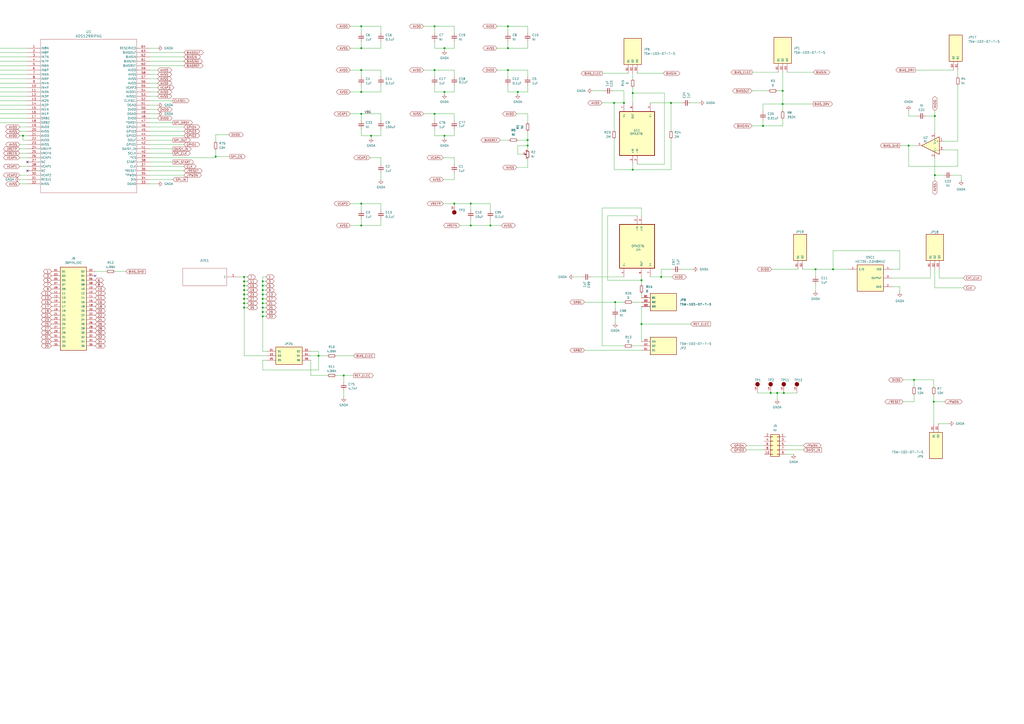
<source format=kicad_sch>
(kicad_sch (version 20231120) (generator "eeschema") (generator_version "8.0")
  (paper "A2")
  (junction (at -53.34 21.59))
  (junction (at 141.605 160.655))
  (junction (at 294.64 15.24))
  (junction (at -53.34 174.625))
  (junction (at 442.595 73.025))
  (junction (at 141.605 170.815))
  (junction (at 184.785 206.375))
  (junction (at 372.11 187.96))
  (junction (at 209.55 118.11))
  (junction (at -53.34 250.825))
  (junction (at 273.05 118.11))
  (junction (at 152.4 168.275))
  (junction (at -53.34 201.295))
  (junction (at 372.11 162.56))
  (junction (at 141.605 173.355))
  (junction (at 257.81 78.74))
  (junction (at 199.39 217.805))
  (junction (at 257.81 53.34))
  (junction (at 294.64 27.94))
  (junction (at 152.4 173.355))
  (junction (at 209.55 130.81))
  (junction (at 542.29 67.31))
  (junction (at 306.07 81.28))
  (junction (at 152.4 163.195))
  (junction (at 215.265 78.74))
  (junction (at -53.34 288.925))
  (junction (at -53.34 300.355))
  (junction (at -53.34 212.725))
  (junction (at 13.335 78.74))
  (junction (at 383.54 160.655))
  (junction (at -53.34 10.16))
  (junction (at 483.235 156.21))
  (junction (at 152.4 165.735))
  (junction (at 152.4 175.895))
  (junction (at 152.4 180.975))
  (junction (at 306.07 84.455))
  (junction (at -53.34 48.26))
  (junction (at -53.34 239.395))
  (junction (at 473.075 156.21))
  (junction (at 209.55 27.94))
  (junction (at -53.34 224.155))
  (junction (at 542.29 101.6))
  (junction (at 284.48 130.81))
  (junction (at 300.355 53.34))
  (junction (at 367.03 53.975))
  (junction (at -53.34 71.12))
  (junction (at 454.66 227.965))
  (junction (at 273.05 130.81))
  (junction (at 541.655 233.045))
  (junction (at 252.095 40.64))
  (junction (at -53.34 262.255))
  (junction (at 389.255 59.69))
  (junction (at 141.605 175.895))
  (junction (at 152.4 170.815))
  (junction (at 356.87 175.26))
  (junction (at -53.34 277.495))
  (junction (at 252.095 15.24))
  (junction (at 447.04 227.965))
  (junction (at 294.64 40.64))
  (junction (at 450.85 227.965))
  (junction (at -53.34 186.055))
  (junction (at 152.4 178.435))
  (junction (at -53.34 109.855))
  (junction (at 367.03 98.425))
  (junction (at 141.605 168.275))
  (junction (at 257.81 27.94))
  (junction (at 454.025 52.705))
  (junction (at 527.05 84.455))
  (junction (at 252.095 66.04))
  (junction (at -53.34 147.955))
  (junction (at -53.34 163.195))
  (junction (at -53.34 33.02))
  (junction (at 356.235 59.69))
  (junction (at 530.225 220.345))
  (junction (at 141.605 165.735))
  (junction (at 141.605 163.195))
  (junction (at -53.34 125.095))
  (junction (at -53.34 86.995))
  (junction (at 361.95 59.69))
  (junction (at 209.55 66.04))
  (junction (at -53.34 136.525))
  (junction (at -53.34 98.425))
  (junction (at 125.095 90.805))
  (junction (at 209.55 15.24))
  (junction (at 263.525 118.11))
  (junction (at 141.605 178.435))
  (junction (at 209.55 53.34))
  (junction (at 454.025 60.325))
  (junction (at 209.55 40.64))
  (junction (at 152.4 183.515))
  (junction (at -53.34 59.69))
  (no_connect (at 15.875 99.06))
  (no_connect (at 15.875 93.98))
  (no_connect (at 55.245 160.02))
  (wire (pts (xy -60.325 239.395) (xy -53.34 239.395)))
  (wire (pts (xy 91.44 45.72) (xy 86.995 45.72)))
  (wire (pts (xy 539.75 156.21) (xy 539.75 161.29)))
  (wire (pts (xy -53.34 285.75) (xy -53.34 288.925)))
  (wire (pts (xy 473.075 168.91) (xy 473.075 165.1)))
  (wire (pts (xy -60.325 33.02) (xy -53.34 33.02)))
  (wire (pts (xy 220.98 40.64) (xy 220.98 44.45)))
  (wire (pts (xy -41.91 262.255) (xy -35.56 262.255)))
  (wire (pts (xy 11.43 83.82) (xy 15.875 83.82)))
  (wire (pts (xy 152.4 160.655) (xy 152.4 163.195)))
  (wire (pts (xy -53.34 71.12) (xy -53.34 67.945)))
  (wire (pts (xy -53.34 239.395) (xy -46.99 239.395)))
  (wire (pts (xy 521.97 166.37) (xy 521.97 169.545)))
  (wire (pts (xy -41.91 86.995) (xy -35.56 86.995)))
  (wire (pts (xy 91.44 55.88) (xy 86.995 55.88)))
  (wire (pts (xy 273.05 118.11) (xy 284.48 118.11)))
  (wire (pts (xy -53.34 86.995) (xy -46.99 86.995)))
  (wire (pts (xy 263.525 118.11) (xy 273.05 118.11)))
  (wire (pts (xy 443.23 258.445) (xy 433.07 258.445)))
  (wire (pts (xy 152.4 173.355) (xy 152.4 175.895)))
  (wire (pts (xy 263.525 53.34) (xy 263.525 49.53)))
  (wire (pts (xy 11.43 101.6) (xy 15.875 101.6)))
  (wire (pts (xy -60.325 163.195) (xy -53.34 163.195)))
  (wire (pts (xy 11.43 76.2) (xy 15.875 76.2)))
  (wire (pts (xy 294.64 19.05) (xy 294.64 15.24)))
  (wire (pts (xy -53.34 98.425) (xy -53.34 101.6)))
  (wire (pts (xy 294.64 15.24) (xy 306.07 15.24)))
  (wire (pts (xy 306.07 81.28) (xy 306.07 76.2)))
  (wire (pts (xy 152.4 175.895) (xy 152.4 178.435)))
  (wire (pts (xy 184.785 214.63) (xy 184.785 206.375)))
  (wire (pts (xy 273.05 130.81) (xy 284.48 130.81)))
  (wire (pts (xy 263.525 78.74) (xy 263.525 74.93)))
  (wire (pts (xy 11.43 96.52) (xy 15.875 96.52)))
  (wire (pts (xy 377.19 59.69) (xy 389.255 59.69)))
  (wire (pts (xy 306.07 92.075) (xy 306.07 97.155)))
  (wire (pts (xy 352.425 162.56) (xy 352.425 125.095)))
  (wire (pts (xy 209.55 53.34) (xy 220.98 53.34)))
  (wire (pts (xy 306.07 27.94) (xy 306.07 24.13)))
  (wire (pts (xy -53.34 48.26) (xy -46.99 48.26)))
  (wire (pts (xy 209.55 121.92) (xy 209.55 118.11)))
  (wire (pts (xy 517.525 166.37) (xy 521.97 166.37)))
  (wire (pts (xy 306.07 15.24) (xy 306.07 19.05)))
  (wire (pts (xy -60.325 201.295) (xy -53.34 201.295)))
  (wire (pts (xy 203.2 40.64) (xy 209.55 40.64)))
  (wire (pts (xy 377.19 160.655) (xy 383.54 160.655)))
  (wire (pts (xy 11.43 88.9) (xy 15.875 88.9)))
  (wire (pts (xy 352.425 125.095) (xy 369.57 125.095)))
  (wire (pts (xy 252.095 19.05) (xy 252.095 15.24)))
  (wire (pts (xy 152.4 165.735) (xy 152.4 168.275)))
  (wire (pts (xy 125.095 90.805) (xy 133.35 90.805)))
  (wire (pts (xy 252.095 78.74) (xy 257.81 78.74)))
  (wire (pts (xy -53.34 201.295) (xy -46.99 201.295)))
  (wire (pts (xy -53.34 224.155) (xy -53.34 220.98)))
  (wire (pts (xy 106.68 35.56) (xy 86.995 35.56)))
  (wire (pts (xy 300.355 53.34) (xy 306.07 53.34)))
  (wire (pts (xy -60.325 71.12) (xy -53.34 71.12)))
  (wire (pts (xy 106.68 99.06) (xy 86.995 99.06)))
  (wire (pts (xy 356.235 80.645) (xy 356.235 98.425)))
  (wire (pts (xy 337.82 160.655) (xy 332.74 160.655)))
  (wire (pts (xy 383.54 156.21) (xy 383.54 160.655)))
  (wire (pts (xy 527.05 67.31) (xy 527.05 64.135)))
  (wire (pts (xy 209.55 40.64) (xy 220.98 40.64)))
  (wire (pts (xy 483.235 145.415) (xy 483.235 156.21)))
  (wire (pts (xy 209.55 19.05) (xy 209.55 15.24)))
  (wire (pts (xy -53.34 128.27) (xy -53.34 125.095)))
  (wire (pts (xy 521.97 156.21) (xy 521.97 145.415)))
  (wire (pts (xy 209.55 130.81) (xy 220.98 130.81)))
  (wire (pts (xy 203.2 27.94) (xy 209.55 27.94)))
  (wire (pts (xy 152.4 183.515) (xy 154.305 183.515)))
  (wire (pts (xy -41.91 109.855) (xy -35.56 109.855)))
  (wire (pts (xy 263.525 66.04) (xy 263.525 69.85)))
  (wire (pts (xy 356.235 59.69) (xy 349.25 59.69)))
  (wire (pts (xy 152.4 183.515) (xy 152.4 203.835)))
  (wire (pts (xy 152.4 163.195) (xy 152.4 165.735)))
  (wire (pts (xy -53.34 300.355) (xy -46.99 300.355)))
  (wire (pts (xy 361.95 160.655) (xy 342.9 160.655)))
  (wire (pts (xy 339.09 175.26) (xy 356.87 175.26)))
  (wire (pts (xy 541.655 220.345) (xy 541.655 224.155)))
  (wire (pts (xy 154.305 163.195) (xy 152.4 163.195)))
  (wire (pts (xy 290.195 81.28) (xy 295.275 81.28)))
  (wire (pts (xy 220.98 15.24) (xy 220.98 19.05)))
  (wire (pts (xy -41.91 125.095) (xy -35.56 125.095)))
  (wire (pts (xy 367.03 95.25) (xy 367.03 98.425)))
  (wire (pts (xy 91.44 68.58) (xy 86.995 68.58)))
  (wire (pts (xy 13.335 81.28) (xy 13.335 78.74)))
  (wire (pts (xy 542.29 67.31) (xy 542.29 64.135)))
  (wire (pts (xy 523.875 220.345) (xy 530.225 220.345)))
  (wire (pts (xy -53.34 125.095) (xy -46.99 125.095)))
  (wire (pts (xy 209.55 118.11) (xy 220.98 118.11)))
  (wire (pts (xy 100.33 81.28) (xy 86.995 81.28)))
  (wire (pts (xy 257.175 118.11) (xy 263.525 118.11)))
  (wire (pts (xy 141.605 173.355) (xy 143.51 173.355)))
  (wire (pts (xy -53.34 209.55) (xy -53.34 212.725)))
  (wire (pts (xy 383.54 156.21) (xy 389.89 156.21)))
  (wire (pts (xy -53.34 204.47) (xy -53.34 201.295)))
  (wire (pts (xy 141.605 206.375) (xy 154.94 206.375)))
  (wire (pts (xy 527.05 84.455) (xy 527.05 96.52)))
  (wire (pts (xy -53.34 224.155) (xy -46.99 224.155)))
  (wire (pts (xy -3.81 60.96) (xy 15.875 60.96)))
  (wire (pts (xy 555.625 49.53) (xy 555.625 81.915)))
  (wire (pts (xy 372.11 160.655) (xy 372.11 162.56)))
  (wire (pts (xy 100.33 58.42) (xy 86.995 58.42)))
  (wire (pts (xy -60.325 86.995) (xy -53.34 86.995)))
  (wire (pts (xy 294.64 24.13) (xy 294.64 27.94)))
  (wire (pts (xy 367.03 98.425) (xy 389.255 98.425)))
  (wire (pts (xy -60.325 109.855) (xy -53.34 109.855)))
  (wire (pts (xy 132.715 78.105) (xy 125.095 78.105)))
  (wire (pts (xy 367.03 45.72) (xy 367.03 42.545)))
  (wire (pts (xy 542.29 76.835) (xy 542.29 67.31)))
  (wire (pts (xy 257.175 104.14) (xy 263.525 104.14)))
  (wire (pts (xy 91.44 63.5) (xy 86.995 63.5)))
  (wire (pts (xy 152.4 178.435) (xy 154.305 178.435)))
  (wire (pts (xy 454.025 69.215) (xy 454.025 73.025)))
  (wire (pts (xy 100.33 88.9) (xy 86.995 88.9)))
  (wire (pts (xy 537.21 67.31) (xy 542.29 67.31)))
  (wire (pts (xy -60.325 186.055) (xy -53.34 186.055)))
  (wire (pts (xy 100.33 104.14) (xy 86.995 104.14)))
  (wire (pts (xy 372.11 177.8) (xy 372.11 187.96)))
  (wire (pts (xy 106.68 30.48) (xy 86.995 30.48)))
  (wire (pts (xy 542.29 101.6) (xy 542.29 104.775)))
  (wire (pts (xy -3.81 50.8) (xy 15.875 50.8)))
  (wire (pts (xy 454.025 41.91) (xy 454.025 52.705)))
  (wire (pts (xy 447.04 227.965) (xy 450.85 227.965)))
  (wire (pts (xy 106.68 101.6) (xy 86.995 101.6)))
  (wire (pts (xy 220.98 66.04) (xy 220.98 69.85)))
  (wire (pts (xy 209.55 49.53) (xy 209.55 53.34)))
  (wire (pts (xy 530.86 40.64) (xy 553.085 40.64)))
  (wire (pts (xy -3.81 63.5) (xy 15.875 63.5)))
  (wire (pts (xy -60.325 262.255) (xy -53.34 262.255)))
  (wire (pts (xy -53.34 109.855) (xy -46.99 109.855)))
  (wire (pts (xy 555.625 40.64) (xy 555.625 44.45)))
  (wire (pts (xy -3.81 66.04) (xy 15.875 66.04)))
  (wire (pts (xy 220.98 95.25) (xy 220.98 91.44)))
  (wire (pts (xy 288.29 27.94) (xy 294.64 27.94)))
  (wire (pts (xy 205.105 206.375) (xy 194.945 206.375)))
  (wire (pts (xy -3.81 38.1) (xy 15.875 38.1)))
  (wire (pts (xy 339.09 203.2) (xy 372.11 203.2)))
  (wire (pts (xy 100.33 93.98) (xy 86.995 93.98)))
  (wire (pts (xy 61.595 157.48) (xy 55.245 157.48)))
  (wire (pts (xy 450.85 52.705) (xy 454.025 52.705)))
  (wire (pts (xy -41.91 147.955) (xy -35.56 147.955)))
  (wire (pts (xy 11.43 86.36) (xy 15.875 86.36)))
  (wire (pts (xy -53.34 18.415) (xy -53.34 21.59)))
  (wire (pts (xy 263.525 95.25) (xy 263.525 91.44)))
  (wire (pts (xy -3.81 30.48) (xy 15.875 30.48)))
  (wire (pts (xy 13.335 78.74) (xy 15.875 78.74)))
  (wire (pts (xy 220.98 27.94) (xy 220.98 24.13)))
  (wire (pts (xy -53.34 59.69) (xy -53.34 62.865)))
  (wire (pts (xy 220.98 53.34) (xy 220.98 49.53)))
  (wire (pts (xy 252.095 40.64) (xy 263.525 40.64)))
  (wire (pts (xy 300.355 81.28) (xy 306.07 81.28)))
  (wire (pts (xy 257.81 29.21) (xy 257.81 27.94)))
  (wire (pts (xy -53.34 250.825) (xy -53.34 254)))
  (wire (pts (xy 521.97 84.455) (xy 527.05 84.455)))
  (wire (pts (xy 372.11 120.65) (xy 372.11 125.095)))
  (wire (pts (xy 11.43 78.74) (xy 13.335 78.74)))
  (wire (pts (xy 436.245 41.91) (xy 451.485 41.91)))
  (wire (pts (xy 180.34 203.835) (xy 184.785 203.835)))
  (wire (pts (xy -60.325 125.095) (xy -53.34 125.095)))
  (wire (pts (xy 541.655 233.045) (xy 541.655 245.745)))
  (wire (pts (xy 152.4 208.915) (xy 152.4 214.63)))
  (wire (pts (xy 143.51 163.195) (xy 141.605 163.195)))
  (wire (pts (xy -41.91 163.195) (xy -35.56 163.195)))
  (wire (pts (xy 539.75 161.29) (xy 517.525 161.29)))
  (wire (pts (xy 180.34 208.915) (xy 180.34 217.805)))
  (wire (pts (xy 356.87 187.325) (xy 356.87 184.15)))
  (wire (pts (xy 294.64 27.94) (xy 306.07 27.94)))
  (wire (pts (xy 450.85 227.965) (xy 454.66 227.965)))
  (wire (pts (xy 91.44 27.94) (xy 86.995 27.94)))
  (wire (pts (xy -60.325 10.16) (xy -53.34 10.16)))
  (wire (pts (xy 447.675 156.21) (xy 462.915 156.21)))
  (wire (pts (xy 86.995 91.44) (xy 125.095 91.44)))
  (wire (pts (xy 11.43 106.68) (xy 15.875 106.68)))
  (wire (pts (xy -3.81 58.42) (xy 15.875 58.42)))
  (wire (pts (xy 106.68 76.2) (xy 86.995 76.2)))
  (wire (pts (xy 442.595 60.325) (xy 442.595 64.77)))
  (wire (pts (xy 394.97 156.21) (xy 401.955 156.21)))
  (wire (pts (xy -53.34 166.37) (xy -53.34 163.195)))
  (wire (pts (xy 349.25 42.545) (xy 364.49 42.545)))
  (wire (pts (xy 466.09 260.985) (xy 455.93 260.985)))
  (wire (pts (xy 454.66 227.965) (xy 462.28 227.965)))
  (wire (pts (xy 252.095 15.24) (xy 263.525 15.24)))
  (wire (pts (xy 356.87 175.26) (xy 356.87 179.07)))
  (wire (pts (xy 189.865 206.375) (xy 184.785 206.375)))
  (wire (pts (xy 385.445 95.25) (xy 385.445 53.975)))
  (wire (pts (xy 152.4 170.815) (xy 152.4 173.355)))
  (wire (pts (xy 152.4 170.815) (xy 154.305 170.815)))
  (wire (pts (xy -41.91 33.02) (xy -35.56 33.02)))
  (wire (pts (xy 439.42 227.965) (xy 447.04 227.965)))
  (wire (pts (xy 184.785 206.375) (xy 180.34 206.375)))
  (wire (pts (xy 436.245 73.025) (xy 442.595 73.025)))
  (wire (pts (xy 252.095 69.85) (xy 252.095 66.04)))
  (wire (pts (xy -60.325 277.495) (xy -53.34 277.495)))
  (wire (pts (xy 209.55 44.45) (xy 209.55 40.64)))
  (wire (pts (xy 154.305 165.735) (xy 152.4 165.735)))
  (wire (pts (xy -53.34 136.525) (xy -57.15 136.525)))
  (wire (pts (xy 384.81 42.545) (xy 369.57 42.545)))
  (wire (pts (xy 91.44 106.68) (xy 86.995 106.68)))
  (wire (pts (xy 252.095 49.53) (xy 252.095 53.34)))
  (wire (pts (xy 220.98 100.33) (xy 220.98 104.14)))
  (wire (pts (xy 450.85 227.965) (xy 450.85 231.775)))
  (wire (pts (xy -53.34 186.055) (xy -46.99 186.055)))
  (wire (pts (xy -3.81 48.26) (xy 15.875 48.26)))
  (wire (pts (xy -60.325 224.155) (xy -53.34 224.155)))
  (wire (pts (xy 154.94 208.915) (xy 152.4 208.915)))
  (wire (pts (xy -3.81 33.02) (xy 15.875 33.02)))
  (wire (pts (xy 273.05 121.92) (xy 273.05 118.11)))
  (wire (pts (xy 199.39 226.695) (xy 199.39 230.505)))
  (wire (pts (xy 306.07 86.995) (xy 306.07 84.455)))
  (wire (pts (xy -41.91 186.055) (xy -35.56 186.055)))
  (wire (pts (xy 349.25 120.65) (xy 372.11 120.65)))
  (wire (pts (xy -53.34 95.25) (xy -53.34 98.425)))
  (wire (pts (xy 141.605 175.895) (xy 143.51 175.895)))
  (wire (pts (xy 203.2 130.81) (xy 209.55 130.81)))
  (wire (pts (xy 400.685 59.69) (xy 405.765 59.69)))
  (wire (pts (xy 91.44 66.04) (xy 86.995 66.04)))
  (wire (pts (xy 471.805 41.91) (xy 456.565 41.91)))
  (wire (pts (xy 199.39 221.615) (xy 199.39 217.805)))
  (wire (pts (xy 125.095 78.105) (xy 125.095 81.915)))
  (wire (pts (xy -41.91 239.395) (xy -35.56 239.395)))
  (wire (pts (xy 125.095 90.805) (xy 125.095 91.44)))
  (wire (pts (xy 257.81 27.94) (xy 263.525 27.94)))
  (wire (pts (xy 548.005 233.045) (xy 541.655 233.045)))
  (wire (pts (xy 91.44 43.18) (xy 86.995 43.18)))
  (wire (pts (xy 220.98 78.74) (xy 220.98 74.93)))
  (wire (pts (xy -41.91 10.16) (xy -35.56 10.16)))
  (wire (pts (xy 532.13 67.31) (xy 527.05 67.31)))
  (wire (pts (xy 473.075 156.21) (xy 483.235 156.21)))
  (wire (pts (xy 367.03 200.66) (xy 372.11 200.66)))
  (wire (pts (xy 442.595 69.85) (xy 442.595 73.025)))
  (wire (pts (xy 125.095 86.995) (xy 125.095 90.805)))
  (wire (pts (xy 473.075 160.02) (xy 473.075 156.21)))
  (wire (pts (xy 11.43 73.66) (xy 15.875 73.66)))
  (wire (pts (xy 252.095 44.45) (xy 252.095 40.64)))
  (wire (pts (xy 544.83 161.29) (xy 558.8 161.29)))
  (wire (pts (xy 152.4 178.435) (xy 152.4 180.975)))
  (wire (pts (xy -41.91 277.495) (xy -35.56 277.495)))
  (wire (pts (xy 252.095 74.93) (xy 252.095 78.74)))
  (wire (pts (xy 442.595 60.325) (xy 454.025 60.325)))
  (wire (pts (xy 361.95 52.705) (xy 361.95 59.69)))
  (wire (pts (xy 517.525 156.21) (xy 521.97 156.21)))
  (wire (pts (xy -53.34 280.67) (xy -53.34 277.495)))
  (wire (pts (xy 141.605 175.895) (xy 141.605 178.435)))
  (wire (pts (xy 372.11 162.56) (xy 352.425 162.56)))
  (wire (pts (xy 361.95 175.26) (xy 356.87 175.26)))
  (wire (pts (xy 372.11 170.18) (xy 372.11 172.72)))
  (wire (pts (xy 263.525 27.94) (xy 263.525 24.13)))
  (wire (pts (xy 442.595 73.025) (xy 454.025 73.025)))
  (wire (pts (xy -53.34 10.16) (xy -46.99 10.16)))
  (wire (pts (xy 199.39 217.805) (xy 194.945 217.805)))
  (wire (pts (xy -60.325 300.355) (xy -53.34 300.355)))
  (wire (pts (xy 141.605 160.655) (xy 141.605 163.195)))
  (wire (pts (xy 141.605 168.275) (xy 141.605 170.815)))
  (wire (pts (xy 367.03 98.425) (xy 356.235 98.425)))
  (wire (pts (xy 284.48 118.11) (xy 284.48 121.92)))
  (wire (pts (xy -53.34 147.955) (xy -53.34 144.78)))
  (wire (pts (xy 106.68 73.66) (xy 86.995 73.66)))
  (wire (pts (xy 552.45 101.6) (xy 557.53 101.6)))
  (wire (pts (xy 209.55 66.04) (xy 220.98 66.04)))
  (wire (pts (xy 547.37 101.6) (xy 542.29 101.6)))
  (wire (pts (xy -53.34 171.45) (xy -53.34 174.625)))
  (wire (pts (xy 361.95 200.66) (xy 349.25 200.66)))
  (wire (pts (xy 530.225 220.345) (xy 541.655 220.345)))
  (wire (pts (xy -53.34 59.69) (xy -57.15 59.69)))
  (wire (pts (xy 91.44 40.64) (xy 86.995 40.64)))
  (wire (pts (xy 180.34 217.805) (xy 189.865 217.805)))
  (wire (pts (xy 209.55 15.24) (xy 220.98 15.24)))
  (wire (pts (xy -3.81 53.34) (xy 15.875 53.34)))
  (wire (pts (xy -53.34 71.12) (xy -46.99 71.12)))
  (wire (pts (xy -41.91 300.355) (xy -35.56 300.355)))
  (wire (pts (xy 383.54 160.655) (xy 389.89 160.655)))
  (wire (pts (xy 433.07 260.985) (xy 443.23 260.985)))
  (wire (pts (xy -53.34 90.17) (xy -53.34 86.995)))
  (wire (pts (xy 527.05 84.455) (xy 532.13 84.455)))
  (wire (pts (xy 557.53 101.6) (xy 557.53 104.775)))
  (wire (pts (xy -53.34 262.255) (xy -53.34 259.08)))
  (wire (pts (xy 542.29 156.21) (xy 542.29 167.005)))
  (wire (pts (xy 143.51 165.735) (xy 141.605 165.735)))
  (wire (pts (xy 300.355 89.535) (xy 300.355 84.455)))
  (wire (pts (xy 361.95 52.705) (xy 355.6 52.705)))
  (wire (pts (xy 530.225 229.235) (xy 530.225 233.045)))
  (wire (pts (xy 555.625 96.52) (xy 555.625 86.995)))
  (wire (pts (xy 550.545 245.745) (xy 544.195 245.745)))
  (wire (pts (xy 257.81 80.01) (xy 257.81 78.74)))
  (wire (pts (xy 252.095 53.34) (xy 257.81 53.34)))
  (wire (pts (xy 530.225 224.155) (xy 530.225 220.345)))
  (wire (pts (xy 555.625 86.995) (xy 547.37 86.995)))
  (wire (pts (xy -3.81 45.72) (xy 15.875 45.72)))
  (wire (pts (xy 466.09 258.445) (xy 455.93 258.445)))
  (wire (pts (xy 555.625 81.915) (xy 547.37 81.915)))
  (wire (pts (xy 15.875 81.28) (xy 13.335 81.28)))
  (wire (pts (xy -41.91 224.155) (xy -35.56 224.155)))
  (wire (pts (xy 542.29 92.075) (xy 542.29 101.6)))
  (wire (pts (xy 106.68 96.52) (xy 86.995 96.52)))
  (wire (pts (xy 152.4 173.355) (xy 154.305 173.355)))
  (wire (pts (xy -53.34 288.925) (xy -57.15 288.925)))
  (wire (pts (xy 294.64 49.53) (xy 294.64 53.34)))
  (wire (pts (xy -41.91 71.12) (xy -35.56 71.12)))
  (wire (pts (xy -53.34 212.725) (xy -57.15 212.725)))
  (wire (pts (xy 263.525 100.33) (xy 263.525 104.14)))
  (wire (pts (xy 266.7 130.81) (xy 273.05 130.81)))
  (wire (pts (xy -53.34 186.055) (xy -53.34 182.88)))
  (wire (pts (xy 454.025 52.705) (xy 454.025 60.325)))
  (wire (pts (xy -3.81 43.18) (xy 15.875 43.18)))
  (wire (pts (xy -53.34 21.59) (xy -53.34 24.765)))
  (wire (pts (xy 209.55 69.85) (xy 209.55 66.04)))
  (wire (pts (xy -53.34 174.625) (xy -53.34 177.8)))
  (wire (pts (xy -53.34 250.825) (xy -57.15 250.825)))
  (wire (pts (xy -53.34 163.195) (xy -46.99 163.195)))
  (wire (pts (xy -60.325 48.26) (xy -53.34 48.26)))
  (wire (pts (xy 389.255 80.645) (xy 389.255 98.425)))
  (wire (pts (xy 527.05 96.52) (xy 555.625 96.52)))
  (wire (pts (xy 350.52 52.705) (xy 343.535 52.705)))
  (wire (pts (xy 303.53 89.535) (xy 300.355 89.535)))
  (wire (pts (xy 465.455 156.21) (xy 473.075 156.21)))
  (wire (pts (xy 15.875 27.94) (xy -3.81 27.94)))
  (wire (pts (xy -53.34 247.65) (xy -53.34 250.825)))
  (wire (pts (xy 106.68 33.02) (xy 86.995 33.02)))
  (wire (pts (xy 100.33 71.12) (xy 86.995 71.12)))
  (wire (pts (xy 389.255 59.69) (xy 389.255 75.565)))
  (wire (pts (xy -3.81 68.58) (xy 15.875 68.58)))
  (wire (pts (xy 356.235 75.565) (xy 356.235 59.69)))
  (wire (pts (xy -53.34 133.35) (xy -53.34 136.525)))
  (wire (pts (xy -53.34 212.725) (xy -53.34 215.9)))
  (wire (pts (xy -53.34 21.59) (xy -57.15 21.59)))
  (wire (pts (xy -53.34 109.855) (xy -53.34 106.68)))
  (wire (pts (xy 141.605 170.815) (xy 141.605 173.355)))
  (wire (pts (xy 367.03 59.69) (xy 367.03 53.975)))
  (wire (pts (xy 299.72 97.155) (xy 306.07 97.155)))
  (wire (pts (xy 203.2 66.04) (xy 209.55 66.04)))
  (wire (pts (xy 369.57 95.25) (xy 385.445 95.25)))
  (wire (pts (xy 245.745 40.64) (xy 252.095 40.64)))
  (wire (pts (xy 372.11 187.96) (xy 400.685 187.96)))
  (wire (pts (xy 306.07 40.64) (xy 306.07 44.45)))
  (wire (pts (xy 152.4 180.975) (xy 154.305 180.975)))
  (wire (pts (xy -53.34 136.525) (xy -53.34 139.7)))
  (wire (pts (xy -53.34 300.355) (xy -53.34 297.18)))
  (wire (pts (xy -3.81 40.64) (xy 15.875 40.64)))
  (wire (pts (xy 141.605 163.195) (xy 141.605 165.735)))
  (wire (pts (xy 91.44 50.8) (xy 86.995 50.8)))
  (wire (pts (xy -53.34 33.02) (xy -53.34 29.845)))
  (wire (pts (xy 203.2 15.24) (xy 209.55 15.24)))
  (wire (pts (xy -53.34 174.625) (xy -57.15 174.625)))
  (wire (pts (xy 257.81 53.34) (xy 263.525 53.34)))
  (wire (pts (xy 106.68 78.74) (xy 86.995 78.74)))
  (wire (pts (xy 203.2 53.34) (xy 209.55 53.34)))
  (wire (pts (xy 257.81 54.61) (xy 257.81 53.34)))
  (wire (pts (xy 294.64 40.64) (xy 306.07 40.64)))
  (wire (pts (xy 152.4 175.895) (xy 154.305 175.895)))
  (wire (pts (xy 141.605 168.275) (xy 143.51 168.275)))
  (wire (pts (xy 91.44 53.34) (xy 86.995 53.34)))
  (wire (pts (xy 284.48 130.81) (xy 284.48 127)))
  (wire (pts (xy 152.4 168.275) (xy 154.305 168.275)))
  (wire (pts (xy 141.605 165.735) (xy 141.605 168.275)))
  (wire (pts (xy -53.34 98.425) (xy -57.15 98.425)))
  (wire (pts (xy 273.05 127) (xy 273.05 130.81)))
  (wire (pts (xy 245.745 15.24) (xy 252.095 15.24)))
  (wire (pts (xy -53.34 262.255) (xy -46.99 262.255)))
  (wire (pts (xy -3.81 35.56) (xy 15.875 35.56)))
  (wire (pts (xy 220.98 118.11) (xy 220.98 121.92)))
  (wire (pts (xy 541.655 229.235) (xy 541.655 233.045)))
  (wire (pts (xy 11.43 91.44) (xy 15.875 91.44)))
  (wire (pts (xy 152.4 214.63) (xy 184.785 214.63)))
  (wire (pts (xy 141.605 160.655) (xy 139.065 160.655)))
  (wire (pts (xy 143.51 160.655) (xy 141.605 160.655)))
  (wire (pts (xy 91.44 60.96) (xy 86.995 60.96)))
  (wire (pts (xy 389.255 59.69) (xy 395.605 59.69)))
  (wire (pts (xy 288.29 15.24) (xy 294.64 15.24)))
  (wire (pts (xy 349.25 200.66) (xy 349.25 120.65)))
  (wire (pts (xy 100.33 86.36) (xy 86.995 86.36)))
  (wire (pts (xy 460.375 263.525) (xy 455.93 263.525)))
  (wire (pts (xy 288.29 40.64) (xy 294.64 40.64)))
  (wire (pts (xy -53.34 13.335) (xy -53.34 10.16)))
  (wire (pts (xy 214.63 91.44) (xy 220.98 91.44)))
  (wire (pts (xy 542.29 167.005) (xy 558.8 167.005)))
  (wire (pts (xy 299.72 66.04) (xy 306.07 66.04)))
  (wire (pts (xy 141.605 173.355) (xy 141.605 175.895)))
  (wire (pts (xy 263.525 40.64) (xy 263.525 44.45)))
  (wire (pts (xy -53.34 242.57) (xy -53.34 239.395)))
  (wire (pts (xy 141.605 170.815) (xy 143.51 170.815)))
  (wire (pts (xy -3.81 71.12) (xy 15.875 71.12)))
  (wire (pts (xy 209.55 27.94) (xy 220.98 27.94)))
  (wire (pts (xy 209.55 24.13) (xy 209.55 27.94)))
  (wire (pts (xy 184.785 203.835) (xy 184.785 206.375)))
  (wire (pts (xy 372.11 162.56) (xy 372.11 165.1)))
  (wire (pts (xy 252.095 66.04) (xy 263.525 66.04)))
  (wire (pts (xy 106.68 38.1) (xy 86.995 38.1)))
  (wire (pts (xy 141.605 178.435) (xy 143.51 178.435)))
  (wire (pts (xy 215.265 80.01) (xy 215.265 78.74)))
  (wire (pts (xy 203.2 118.11) (xy 209.55 118.11)))
  (wire (pts (xy -41.91 48.26) (xy -35.56 48.26)))
  (wire (pts (xy 483.235 156.21) (xy 492.125 156.21)))
  (wire (pts (xy 73.025 157.48) (xy 66.675 157.48)))
  (wire (pts (xy -53.34 288.925) (xy -53.34 292.1)))
  (wire (pts (xy -41.91 201.295) (xy -35.56 201.295)))
  (wire (pts (xy 215.265 78.74) (xy 220.98 78.74)))
  (wire (pts (xy 306.07 71.12) (xy 306.07 66.04)))
  (wire (pts (xy 209.55 74.93) (xy 209.55 78.74)))
  (wire (pts (xy 252.095 24.13) (xy 252.095 27.94)))
  (wire (pts (xy 471.805 60.325) (xy 454.025 60.325)))
  (wire (pts (xy 306.07 84.455) (xy 306.07 81.28)))
  (wire (pts (xy 15.875 104.14) (xy 11.43 104.14)))
  (wire (pts (xy 152.4 168.275) (xy 152.4 170.815)))
  (wire (pts (xy 367.03 175.26) (xy 372.11 175.26)))
  (wire (pts (xy -53.34 56.515) (xy -53.34 59.69)))
  (wire (pts (xy 306.07 53.34) (xy 306.07 49.53)))
  (wire (pts (xy 290.83 130.81) (xy 284.48 130.81)))
  (wire (pts (xy 257.175 91.44) (xy 263.525 91.44)))
  (wire (pts (xy 152.4 180.975) (xy 152.4 183.515)))
  (wire (pts (xy 523.875 233.045) (xy 530.225 233.045)))
  (wire (pts (xy 141.605 178.435) (xy 141.605 206.375)))
  (wire (pts (xy 154.305 160.655) (xy 152.4 160.655)))
  (wire (pts (xy -53.34 277.495) (xy -46.99 277.495)))
  (wire (pts (xy 356.235 59.69) (xy 361.95 59.69)))
  (wire (pts (xy -53.34 147.955) (xy -46.99 147.955)))
  (wire (pts (xy 245.745 66.04) (xy 252.095 66.04)))
  (wire (pts (xy 300.355 54.61) (xy 300.355 53.34)))
  (wire (pts (xy 544.83 156.21) (xy 544.83 161.29)))
  (wire (pts (xy 257.81 78.74) (xy 263.525 78.74)))
  (wire (pts (xy 106.68 83.82) (xy 86.995 83.82)))
  (wire (pts (xy 209.55 78.74) (xy 215.265 78.74)))
  (wire (pts (xy -60.325 147.955) (xy -53.34 147.955)))
  (wire (pts (xy 385.445 53.975) (xy 367.03 53.975)))
  (wire (pts (xy 294.64 44.45) (xy 294.64 40.64)))
  (wire (pts (xy 300.355 84.455) (xy 306.07 84.455)))
  (wire (pts (xy 436.245 52.705) (xy 445.77 52.705)))
  (wire (pts (xy 152.4 203.835) (xy 154.94 203.835)))
  (wire (pts (xy 209.55 127) (xy 209.55 130.81)))
  (wire (pts (xy 372.11 187.96) (xy 372.11 198.12)))
  (wire (pts (xy -53.34 51.435) (xy -53.34 48.26)))
  (wire (pts (xy -3.81 55.88) (xy 15.875 55.88)))
  (wire (pts (xy 252.095 27.94) (xy 257.81 27.94)))
  (wire (pts (xy 454.025 60.325) (xy 454.025 64.135)))
  (wire (pts (xy 91.44 48.26) (xy 86.995 48.26)))
  (wire (pts (xy -53.34 33.02) (xy -46.99 33.02)))
  (wire (pts (xy 263.525 15.24) (xy 263.525 19.05)))
  (wire (pts (xy 220.98 130.81) (xy 220.98 127)))
  (wire (pts (xy 521.97 145.415) (xy 483.235 145.415)))
  (wire (pts (xy 367.03 53.975) (xy 367.03 50.8)))
  (wire (pts (xy 205.105 217.805) (xy 199.39 217.805)))
  (wire (pts (xy 294.64 53.34) (xy 300.355 53.34)))
  (label "VBG" (at 215.265 66.04 180))
  (global_label "AIN5N" (shape input) (at -3.81 43.18 180) (property "Intersheetrefs" "${INTERSHEET_REFS}" (effects (hide yes))))
  (global_label "21" (shape bidirectional) (at 154.305 175.895 0) (property "Intersheetrefs" "${INTERSHEET_REFS}" (effects (hide yes))))
  (global_label "AIN6N" (shape output) (at -60.325 86.995 180) (property "Intersheetrefs" "${INTERSHEET_REFS}" (effects (hide yes))))
  (global_label "AVSS" (shape bidirectional) (at 91.44 45.72 0) (property "Intersheetrefs" "${INTERSHEET_REFS}" (effects (hide yes))))
  (global_label "VCAP2" (shape bidirectional) (at 11.43 101.6 180) (property "Intersheetrefs" "${INTERSHEET_REFS}" (effects (hide yes))))
  (global_label "31" (shape bidirectional) (at 143.51 175.895 0) (property "Intersheetrefs" "${INTERSHEET_REFS}" (effects (hide yes))))
  (global_label "DVDD" (shape bidirectional) (at 132.715 78.105 0) (property "Intersheetrefs" "${INTERSHEET_REFS}" (effects (hide yes))))
  (global_label "6" (shape bidirectional) (at 55.245 162.56 0) (property "Intersheetrefs" "${INTERSHEET_REFS}" (effects (hide yes))))
  (global_label "VREFP" (shape bidirectional) (at 11.43 86.36 180) (property "Intersheetrefs" "${INTERSHEET_REFS}" (effects (hide yes))))
  (global_label "20" (shape bidirectional) (at -35.56 147.955 0) (property "Intersheetrefs" "${INTERSHEET_REFS}" (effects (hide yes))))
  (global_label "35" (shape bidirectional) (at 29.845 200.66 180) (property "Intersheetrefs" "${INTERSHEET_REFS}" (effects (hide yes))))
  (global_label "VREFP" (shape bidirectional) (at 257.175 118.11 180) (property "Intersheetrefs" "${INTERSHEET_REFS}" (effects (hide yes))))
  (global_label "25" (shape bidirectional) (at 29.845 187.96 180) (property "Intersheetrefs" "${INTERSHEET_REFS}" (effects (hide yes))))
  (global_label "14" (shape bidirectional) (at -35.56 86.995 0) (property "Intersheetrefs" "${INTERSHEET_REFS}" (effects (hide yes))))
  (global_label "SPI_DRDY" (shape output) (at 100.33 71.12 0) (property "Intersheetrefs" "${INTERSHEET_REFS}" (effects (hide yes))))
  (global_label "BIAS_DRV" (shape output) (at 530.86 40.64 180) (property "Intersheetrefs" "${INTERSHEET_REFS}" (effects (hide yes))))
  (global_label "24" (shape bidirectional) (at -35.56 186.055 0) (property "Intersheetrefs" "${INTERSHEET_REFS}" (effects (hide yes))))
  (global_label "23" (shape bidirectional) (at 143.51 170.815 0) (property "Intersheetrefs" "${INTERSHEET_REFS}" (effects (hide yes))))
  (global_label "20" (shape bidirectional) (at 55.245 180.34 0) (property "Intersheetrefs" "${INTERSHEET_REFS}" (effects (hide yes))))
  (global_label "AVSS" (shape bidirectional) (at 203.2 53.34 180) (property "Intersheetrefs" "${INTERSHEET_REFS}" (effects (hide yes))))
  (global_label "3" (shape bidirectional) (at 29.845 160.02 180) (property "Intersheetrefs" "${INTERSHEET_REFS}" (effects (hide yes))))
  (global_label "SPI_OUT" (shape output) (at 100.33 81.28 0) (property "Intersheetrefs" "${INTERSHEET_REFS}" (effects (hide yes))))
  (global_label "33" (shape bidirectional) (at 29.845 198.12 180) (property "Intersheetrefs" "${INTERSHEET_REFS}" (effects (hide yes))))
  (global_label "DAISY_IN" (shape input) (at 466.09 260.985 0) (property "Intersheetrefs" "${INTERSHEET_REFS}" (effects (hide yes))))
  (global_label "VCAP3" (shape bidirectional) (at 91.44 50.8 0) (property "Intersheetrefs" "${INTERSHEET_REFS}" (effects (hide yes))))
  (global_label "AIN4P" (shape input) (at -3.81 50.8 180) (property "Intersheetrefs" "${INTERSHEET_REFS}" (effects (hide yes))))
  (global_label "AIN5N" (shape output) (at -60.325 125.095 180) (property "Intersheetrefs" "${INTERSHEET_REFS}" (effects (hide yes))))
  (global_label "18" (shape bidirectional) (at 55.245 177.8 0) (property "Intersheetrefs" "${INTERSHEET_REFS}" (effects (hide yes))))
  (global_label "VCAP4" (shape bidirectional) (at 11.43 91.44 180) (property "Intersheetrefs" "${INTERSHEET_REFS}" (effects (hide yes))))
  (global_label "{slash}PWDN" (shape bidirectional) (at 466.09 258.445 0) (property "Intersheetrefs" "${INTERSHEET_REFS}" (effects (hide yes))))
  (global_label "AVSS" (shape bidirectional) (at 290.83 130.81 0) (property "Intersheetrefs" "${INTERSHEET_REFS}" (effects (hide yes))))
  (global_label "VCAP1" (shape bidirectional) (at 203.2 66.04 180) (property "Intersheetrefs" "${INTERSHEET_REFS}" (effects (hide yes))))
  (global_label "VCAP1" (shape bidirectional) (at 11.43 96.52 180) (property "Intersheetrefs" "${INTERSHEET_REFS}" (effects (hide yes))))
  (global_label "AVSS" (shape bidirectional) (at 91.44 43.18 0) (property "Intersheetrefs" "${INTERSHEET_REFS}" (effects (hide yes))))
  (global_label "AVSS" (shape bidirectional) (at 257.175 104.14 180) (property "Intersheetrefs" "${INTERSHEET_REFS}" (effects (hide yes))))
  (global_label "BIAS_DRV" (shape output) (at 471.805 60.325 0) (property "Intersheetrefs" "${INTERSHEET_REFS}" (effects (hide yes))))
  (global_label "12" (shape bidirectional) (at 55.245 170.18 0) (property "Intersheetrefs" "${INTERSHEET_REFS}" (effects (hide yes))))
  (global_label "GPIO4" (shape bidirectional) (at 106.68 73.66 0) (property "Intersheetrefs" "${INTERSHEET_REFS}" (effects (hide yes))))
  (global_label "CLK" (shape bidirectional) (at 558.8 167.005 0) (property "Intersheetrefs" "${INTERSHEET_REFS}" (effects (hide yes))))
  (global_label "18" (shape bidirectional) (at -35.56 125.095 0) (property "Intersheetrefs" "${INTERSHEET_REFS}" (effects (hide yes))))
  (global_label "AVSS" (shape bidirectional) (at 11.43 106.68 180) (property "Intersheetrefs" "${INTERSHEET_REFS}" (effects (hide yes))))
  (global_label "AIN8N" (shape output) (at -60.325 10.16 180) (property "Intersheetrefs" "${INTERSHEET_REFS}" (effects (hide yes))))
  (global_label "EXT_CLK" (shape input) (at 558.8 161.29 0) (property "Intersheetrefs" "${INTERSHEET_REFS}" (effects (hide yes))))
  (global_label "AIN1P" (shape input) (at -3.81 66.04 180) (property "Intersheetrefs" "${INTERSHEET_REFS}" (effects (hide yes))))
  (global_label "CLK" (shape bidirectional) (at 106.68 96.52 0) (property "Intersheetrefs" "${INTERSHEET_REFS}" (effects (hide yes))))
  (global_label "9" (shape bidirectional) (at 154.305 168.275 0) (property "Intersheetrefs" "${INTERSHEET_REFS}" (effects (hide yes))))
  (global_label "AVSS" (shape bidirectional) (at 288.29 27.94 180) (property "Intersheetrefs" "${INTERSHEET_REFS}" (effects (hide yes))))
  (global_label "34" (shape bidirectional) (at 55.245 198.12 0) (property "Intersheetrefs" "${INTERSHEET_REFS}" (effects (hide yes))))
  (global_label "AIN3P" (shape input) (at -3.81 55.88 180) (property "Intersheetrefs" "${INTERSHEET_REFS}" (effects (hide yes))))
  (global_label "AIN2P" (shape input) (at -3.81 60.96 180) (property "Intersheetrefs" "${INTERSHEET_REFS}" (effects (hide yes))))
  (global_label "VREFN" (shape bidirectional) (at 266.7 130.81 180) (property "Intersheetrefs" "${INTERSHEET_REFS}" (effects (hide yes))))
  (global_label "AIN6P" (shape output) (at -60.325 109.855 180) (property "Intersheetrefs" "${INTERSHEET_REFS}" (effects (hide yes))))
  (global_label "3" (shape bidirectional) (at 154.305 163.195 0) (property "Intersheetrefs" "${INTERSHEET_REFS}" (effects (hide yes))))
  (global_label "BIAS_SHD" (shape output) (at 521.97 84.455 180) (property "Intersheetrefs" "${INTERSHEET_REFS}" (effects (hide yes))))
  (global_label "AVSS" (shape bidirectional) (at 91.44 55.88 0) (property "Intersheetrefs" "${INTERSHEET_REFS}" (effects (hide yes))))
  (global_label "AIN5P" (shape output) (at -60.325 147.955 180) (property "Intersheetrefs" "${INTERSHEET_REFS}" (effects (hide yes))))
  (global_label "34" (shape bidirectional) (at -35.56 277.495 0) (property "Intersheetrefs" "${INTERSHEET_REFS}" (effects (hide yes))))
  (global_label "30" (shape bidirectional) (at -35.56 239.395 0) (property "Intersheetrefs" "${INTERSHEET_REFS}" (effects (hide yes))))
  (global_label "21" (shape bidirectional) (at 29.845 182.88 180) (property "Intersheetrefs" "${INTERSHEET_REFS}" (effects (hide yes))))
  (global_label "27" (shape bidirectional) (at 29.845 190.5 180) (property "Intersheetrefs" "${INTERSHEET_REFS}" (effects (hide yes))))
  (global_label "16" (shape bidirectional) (at -35.56 109.855 0) (property "Intersheetrefs" "${INTERSHEET_REFS}" (effects (hide yes))))
  (global_label "30" (shape bidirectional) (at 55.245 193.04 0) (property "Intersheetrefs" "${INTERSHEET_REFS}" (effects (hide yes))))
  (global_label "GPIO2" (shape bidirectional) (at 106.68 78.74 0) (property "Intersheetrefs" "${INTERSHEET_REFS}" (effects (hide yes))))
  (global_label "AIN3N" (shape input) (at -3.81 53.34 180) (property "Intersheetrefs" "${INTERSHEET_REFS}" (effects (hide yes))))
  (global_label "AIN8P" (shape input) (at -3.81 30.48 180) (property "Intersheetrefs" "${INTERSHEET_REFS}" (effects (hide yes))))
  (global_label "AIN3N" (shape output) (at -60.325 201.295 180) (property "Intersheetrefs" "${INTERSHEET_REFS}" (effects (hide yes))))
  (global_label "14" (shape bidirectional) (at 55.245 172.72 0) (property "Intersheetrefs" "${INTERSHEET_REFS}" (effects (hide yes))))
  (global_label "BIASIN" (shape bidirectional) (at 471.805 41.91 0) (property "Intersheetrefs" "${INTERSHEET_REFS}" (effects (hide yes))))
  (global_label "SPI_IN" (shape input) (at 100.33 104.14 0) (property "Intersheetrefs" "${INTERSHEET_REFS}" (effects (hide yes))))
  (global_label "DVDD" (shape bidirectional) (at 91.44 68.58 0) (property "Intersheetrefs" "${INTERSHEET_REFS}" (effects (hide yes))))
  (global_label "AVDD" (shape bidirectional) (at 91.44 40.64 0) (property "Intersheetrefs" "${INTERSHEET_REFS}" (effects (hide yes))))
  (global_label "BIASOUT" (shape bidirectional) (at 436.245 52.705 180) (property "Intersheetrefs" "${INTERSHEET_REFS}" (effects (hide yes))))
  (global_label "GPIO3" (shape bidirectional) (at 433.07 260.985 180) (property "Intersheetrefs" "${INTERSHEET_REFS}" (effects (hide yes))))
  (global_label "7" (shape bidirectional) (at 29.845 165.1 180) (property "Intersheetrefs" "${INTERSHEET_REFS}" (effects (hide yes))))
  (global_label "DVDD" (shape bidirectional) (at 523.875 220.345 180) (property "Intersheetrefs" "${INTERSHEET_REFS}" (effects (hide yes))))
  (global_label "VCAP2" (shape bidirectional) (at 214.63 91.44 180) (property "Intersheetrefs" "${INTERSHEET_REFS}" (effects (hide yes))))
  (global_label "AIN7N" (shape input) (at -3.81 33.02 180) (property "Intersheetrefs" "${INTERSHEET_REFS}" (effects (hide yes))))
  (global_label "AVDD" (shape bidirectional) (at 11.43 73.66 180) (property "Intersheetrefs" "${INTERSHEET_REFS}" (effects (hide yes))))
  (global_label "SPI_START" (shape output) (at 100.33 93.98 0) (property "Intersheetrefs" "${INTERSHEET_REFS}" (effects (hide yes))))
  (global_label "11" (shape bidirectional) (at 29.845 170.18 180) (property "Intersheetrefs" "${INTERSHEET_REFS}" (effects (hide yes))))
  (global_label "27" (shape bidirectional) (at 143.51 173.355 0) (property "Intersheetrefs" "${INTERSHEET_REFS}" (effects (hide yes))))
  (global_label "AIN1N" (shape input) (at -3.81 63.5 180) (property "Intersheetrefs" "${INTERSHEET_REFS}" (effects (hide yes))))
  (global_label "10" (shape bidirectional) (at -35.56 48.26 0) (property "Intersheetrefs" "${INTERSHEET_REFS}" (effects (hide yes))))
  (global_label "AVDD" (shape bidirectional) (at 91.44 48.26 0) (property "Intersheetrefs" "${INTERSHEET_REFS}" (effects (hide yes))))
  (global_label "BIASIN" (shape bidirectional) (at 106.68 33.02 0) (property "Intersheetrefs" "${INTERSHEET_REFS}" (effects (hide yes))))
  (global_label "AVDD" (shape bidirectional) (at 245.745 15.24 180) (property "Intersheetrefs" "${INTERSHEET_REFS}" (effects (hide yes))))
  (global_label "BIASREF" (shape bidirectional) (at 290.195 81.28 180) (property "Intersheetrefs" "${INTERSHEET_REFS}" (effects (hide yes))))
  (global_label "{slash}RESET" (shape bidirectional) (at 106.68 99.06 0) (property "Intersheetrefs" "${INTERSHEET_REFS}" (effects (hide yes))))
  (global_label "DVDD" (shape bidirectional) (at 447.675 156.21 180) (property "Intersheetrefs" "${INTERSHEET_REFS}" (effects (hide yes))))
  (global_label "26" (shape bidirectional) (at -35.56 201.295 0) (property "Intersheetrefs" "${INTERSHEET_REFS}" (effects (hide yes))))
  (global_label "REF_ELEC" (shape input) (at 400.685 187.96 0) (property "Intersheetrefs" "${INTERSHEET_REFS}" (effects (hide yes))))
  (global_label "DVDD" (shape bidirectional) (at 91.44 63.5 0) (property "Intersheetrefs" "${INTERSHEET_REFS}" (effects (hide yes))))
  (global_label "{slash}RESET" (shape bidirectional) (at 523.875 233.045 180) (property "Intersheetrefs" "${INTERSHEET_REFS}" (effects (hide yes))))
  (global_label "10" (shape bidirectional) (at 55.245 167.64 0) (property "Intersheetrefs" "${INTERSHEET_REFS}" (effects (hide yes))))
  (global_label "AIN1P" (shape output) (at -60.325 300.355 180) (property "Intersheetrefs" "${INTERSHEET_REFS}" (effects (hide yes))))
  (global_label "AVDD" (shape bidirectional) (at 245.745 40.64 180) (property "Intersheetrefs" "${INTERSHEET_REFS}" (effects (hide yes))))
  (global_label "AIN2N" (shape input) (at -3.81 58.42 180) (property "Intersheetrefs" "${INTERSHEET_REFS}" (effects (hide yes))))
  (global_label "SRB1" (shape bidirectional) (at 339.09 175.26 180) (property "Intersheetrefs" "${INTERSHEET_REFS}" (effects (hide yes))))
  (global_label "BIAS_ELEC" (shape output) (at 436.245 41.91 180) (property "Intersheetrefs" "${INTERSHEET_REFS}" (effects (hide yes))))
  (global_label "AVSS" (shape bidirectional) (at 203.2 27.94 180) (property "Intersheetrefs" "${INTERSHEET_REFS}" (effects (hide yes))))
  (global_label "AVDD" (shape bidirectional) (at 288.29 15.24 180) (property "Intersheetrefs" "${INTERSHEET_REFS}" (effects (hide yes))))
  (global_label "33" (shape bidirectional) (at 154.305 183.515 0) (property "Intersheetrefs" "${INTERSHEET_REFS}" (effects (hide yes))))
  (global_label "5" (shape bidirectional) (at 154.305 165.735 0) (property "Intersheetrefs" "${INTERSHEET_REFS}" (effects (hide yes))))
  (global_label "VREFN" (shape bidirectional) (at 11.43 88.9 180) (property "Intersheetrefs" "${INTERSHEET_REFS}" (effects (hide yes))))
  (global_label "AVSS" (shape bidirectional) (at 203.2 130.81 180) (property "Intersheetrefs" "${INTERSHEET_REFS}" (effects (hide yes))))
  (global_label "AVDD" (shape bidirectional) (at 389.89 160.655 0) (property "Intersheetrefs" "${INTERSHEET_REFS}" (effects (hide yes))))
  (global_label "AIN7N" (shape output) (at -60.325 48.26 180) (property "Intersheetrefs" "${INTERSHEET_REFS}" (effects (hide yes))))
  (global_label "SRB2" (shape bidirectional) (at 339.09 203.2 180) (property "Intersheetrefs" "${INTERSHEET_REFS}" (effects (hide yes))))
  (global_label "35" (shape bidirectional) (at 143.51 178.435 0) (property "Intersheetrefs" "${INTERSHEET_REFS}" (effects (hide yes))))
  (global_label "17" (shape bidirectional) (at 29.845 177.8 180) (property "Intersheetrefs" "${INTERSHEET_REFS}" (effects (hide yes))))
  (global_label "AIN7P" (shape input) (at -3.81 35.56 180) (property "Intersheetrefs" "${INTERSHEET_REFS}" (effects (hide yes))))
  (global_label "SRB1" (shape bidirectional) (at -3.81 68.58 180) (property "Intersheetrefs" "${INTERSHEET_REFS}" (effects (hide yes))))
  (global_label "1" (shape bidirectional) (at 154.305 160.655 0) (property "Intersheetrefs" "${INTERSHEET_REFS}" (effects (hide yes))))
  (global_label "1" (shape bidirectional) (at 29.845 157.48 180) (property "Intersheetrefs" "${INTERSHEET_REFS}" (effects (hide yes))))
  (global_label "26" (shape bidirectional) (at 55.245 187.96 0) (property "Intersheetrefs" "${INTERSHEET_REFS}" (effects (hide yes))))
  (global_label "8" (shape bidirectional) (at -35.56 33.02 0) (property "Intersheetrefs" "${INTERSHEET_REFS}" (effects (hide yes))))
  (global_label "22" (shape bidirectional) (at 55.245 182.88 0) (property "Intersheetrefs" "${INTERSHEET_REFS}" (effects (hide yes))))
  (global_label "SPI_CLK" (shape output) (at 100.33 88.9 0) (property "Intersheetrefs" "${INTERSHEET_REFS}" (effects (hide yes))))
  (global_label "16" (shape bidirectional) (at 55.245 175.26 0) (property "Intersheetrefs" "${INTERSHEET_REFS}" (effects (hide yes))))
  (global_label "7" (shape bidirectional) (at 143.51 160.655 0) (property "Intersheetrefs" "${INTERSHEET_REFS}" (effects (hide yes))))
  (global_label "AVDD" (shape bidirectional) (at 349.25 59.69 180) (property "Intersheetrefs" "${INTERSHEET_REFS}" (effects (hide yes))))
  (global_label "AVSS" (shape bidirectional) (at 542.29 104.775 270) (property "Intersheetrefs" "${INTERSHEET_REFS}" (effects (hide yes))))
  (global_label "AVSS" (shape bidirectional) (at 245.745 66.04 180) (property "Intersheetrefs" "${INTERSHEET_REFS}" (effects (hide yes))))
  (global_label "BIASREF" (shape bidirectional) (at 106.68 38.1 0) (property "Intersheetrefs" "${INTERSHEET_REFS}" (effects (hide yes))))
  (global_label "REF_ELEC" (shape output) (at 205.105 217.805 0) (property "Intersheetrefs" "${INTERSHEET_REFS}" (effects (hide yes))))
  (global_label "AIN4P" (shape output) (at -60.325 186.055 180) (property "Intersheetrefs" "${INTERSHEET_REFS}" (effects (hide yes))))
  (global_label "GPIO1" (shape bidirectional) (at 106.68 83.82 0) (property "Intersheetrefs" "${INTERSHEET_REFS}" (effects (hide yes))))
  (global_label "AIN5P" (shape input) (at -3.81 45.72 180) (property "Intersheetrefs" "${INTERSHEET_REFS}" (effects (hide yes))))
  (global_label "AVSS" (shape bidirectional) (at 11.43 83.82 180) (property "Intersheetrefs" "${INTERSHEET_REFS}" (effects (hide yes))))
  (global_label "AVDD" (shape bidirectional) (at 542.29 64.135 90) (property "Intersheetrefs" "${INTERSHEET_REFS}" (effects (hide yes))))
  (global_label "DAISY_IN" (shape output) (at 100.33 86.36 0) (property "Intersheetrefs" "${INTERSHEET_REFS}" (effects (hide yes))))
  (global_label "BIAS_SHD" (shape input) (at 73.025 157.48 0) (property "Intersheetrefs" "${INTERSHEET_REFS}" (effects (hide yes))))
  (global_label "AIN8P" (shape output) (at -60.325 33.02 180) (property "Intersheetrefs" "${INTERSHEET_REFS}" (effects (hide yes))))
  (global_label "8" (shape bidirectional) (at 55.245 165.1 0) (property "Intersheetrefs" "${INTERSHEET_REFS}" (effects (hide yes))))
  (global_label "17" (shape bidirectional) (at 154.305 173.355 0) (property "Intersheetrefs" "${INTERSHEET_REFS}" (effects (hide yes))))
  (global_label "BIASINV" (shape bidirectional) (at 106.68 35.56 0) (property "Intersheetrefs" "${INTERSHEET_REFS}" (effects (hide yes))))
  (global_label "23" (shape bidirectional) (at 29.845 185.42 180) (property "Intersheetrefs" "${INTERSHEET_REFS}" (effects (hide yes))))
  (global_label "BIASINV" (shape bidirectional) (at 436.245 73.025 180) (property "Intersheetrefs" "${INTERSHEET_REFS}" (effects (hide yes))))
  (global_label "BIAS_ELEC" (shape input) (at 205.105 206.375 0) (property "Intersheetrefs" "${INTERSHEET_REFS}" (effects (hide yes))))
  (global_label "AVDD" (shape bidirectional) (at 299.72 66.04 180) (property "Intersheetrefs" "${INTERSHEET_REFS}" (effects (hide yes))))
  (global_label "AIN2N" (shape output) (at -60.325 239.395 180) (property "Intersheetrefs" "${INTERSHEET_REFS}" (effects (hide yes))))
  (global_label "BIASIN" (shape bidirectional) (at 384.81 42.545 0) (property "Intersheetrefs" "${INTERSHEET_REFS}" (effects (hide yes))))
  (global_label "AIN7P" (shape output) (at -60.325 71.12 180) (property "Intersheetrefs" "${INTERSHEET_REFS}" (effects (hide yes))))
  (global_label "29" (shape bidirectional) (at 29.845 193.04 180) (property "Intersheetrefs" "${INTERSHEET_REFS}" (effects (hide yes))))
  (global_label "AVDD" (shape bidirectional) (at 203.2 40.64 180) (property "Intersheetrefs" "${INTERSHEET_REFS}" (effects (hide yes))))
  (global_label "VCAP3" (shape bidirectional) (at 203.2 118.11 180) (property "Intersheetrefs" "${INTERSHEET_REFS}" (effects (hide yes))))
  (global_label "AVSS" (shape bidirectional) (at 299.72 97.155 180) (property "Intersheetrefs" "${INTERSHEET_REFS}" (effects (hide yes))))
  (global_label "AIN2P" (shape output) (at -60.325 262.255 180) (property "Intersheetrefs" "${INTERSHEET_REFS}" (effects (hide yes))))
  (global_label "12" (shape bidirectional) (at -35.56 71.12 0) (property "Intersheetrefs" "${INTERSHEET_REFS}" (effects (hide yes))))
  (global_label "13" (shape bidirectional) (at 29.845 172.72 180) (property "Intersheetrefs" "${INTERSHEET_REFS}" (effects (hide yes))))
  (global_label "{slash}PWDN" (shape bidirectional) (at 106.68 101.6 0) (property "Intersheetrefs" "${INTERSHEET_REFS}" (effects (hide yes))))
  (global_label "22" (shape bidirectional) (at -35.56 163.195 0) (property "Intersheetrefs" "${INTERSHEET_REFS}" (effects (hide yes))))
  (global_label "AVDD" (shape bidirectional) (at 91.44 53.34 0) (property "Intersheetrefs" "${INTERSHEET_REFS}" (effects (hide yes))))
  (global_label "AIN4N" (shape input) (at -3.81 48.26 180) (property "Intersheetrefs" "${INTERSHEET_REFS}" (effects (hide yes))))
  (global_label "SPI_CS" (shape output) (at 133.35 90.805 0) (property "Intersheetrefs" "${INTERSHEET_REFS}" (effects (hide yes))))
  (global_label "AVDD" (shape bidirectional) (at 203.2 15.24 180) (property "Intersheetrefs" "${INTERSHEET_REFS}" (effects (hide yes))))
  (global_label "AIN6P" (shape input) (at -3.81 40.64 180) (property "Intersheetrefs" "${INTERSHEET_REFS}" (effects (hide yes))))
  (global_label "15" (shape bidirectional) (at 143.51 165.735 0) (property "Intersheetrefs" "${INTERSHEET_REFS}" (effects (hide yes))))
  (global_label "AIN8N" (shape input) (at -3.81 27.94 180) (property "Intersheetrefs" "${INTERSHEET_REFS}" (effects (hide yes))))
  (global_label "AVSS" (shape bidirectional) (at 11.43 76.2 180) (property "Intersheetrefs" "${INTERSHEET_REFS}" (effects (hide yes))))
  (global_label "28" (shape bidirectional) (at -35.56 224.155 0) (property "Intersheetrefs" "${INTERSHEET_REFS}" (effects (hide yes))))
  (global_label "BIAS_ELEC" (shape output) (at 349.25 42.545 180) (property "Intersheetrefs" "${INTERSHEET_REFS}" (effects (hide yes))))
  (global_label "VCAP4" (shape bidirectional) (at 257.175 91.44 180) (property "Intersheetrefs" "${INTERSHEET_REFS}" (effects (hide yes))))
  (global_label "36" (shape bidirectional) (at -35.56 300.355 0) (property "Intersheetrefs" "${INTERSHEET_REFS}" (effects (hide yes))))
  (global_label "6" (shape bidirectional) (at -35.56 10.16 0) (property "Intersheetrefs" "${INTERSHEET_REFS}" (effects (hide yes))))
  (global_label "11" (shape bidirectional) (at 143.51 163.195 0) (property "Intersheetrefs" "${INTERSHEET_REFS}" (effects (hide yes))))
  (global_label "32" (shape bidirectional) (at 55.245 195.58 0) (property "Intersheetrefs" "${INTERSHEET_REFS}" (effects (hide yes))))
  (global_label "19" (shape bidirectional) (at 143.51 168.275 0) (property "Intersheetrefs" "${INTERSHEET_REFS}" (effects (hide yes))))
  (global_label "CLKSEL" (shape output) (at 100.33 58.42 0) (property "Intersheetrefs" "${INTERSHEET_REFS}" (effects (hide yes))))
  (global_label "36" (shape bidirectional) (at 55.245 200.66 0) (property "Intersheetrefs" "${INTERSHEET_REFS}" (effects (hide yes))))
  (global_label "32" (shape bidirectional) (at -35.56 262.255 0) (property "Intersheetrefs" "${INTERSHEET_REFS}" (effects (hide yes))))
  (global_label "AVDD" (shape bidirectional) (at 11.43 78.74 180) (property "Intersheetrefs" "${INTERSHEET_REFS}" (effects (hide yes))))
  (global_label "13" (shape bidirectional) (at 154.305 170.815 0) (property "Intersheetrefs" "${INTERSHEET_REFS}" (effects (hide yes))))
  (global_label "GPIO3" (shape bidirectional) (at 106.68 76.2 0) (property "Intersheetrefs" "${INTERSHEET_REFS}" (effects (hide yes))))
  (global_label "{slash}PWDN" (shape bidirectional) (at 548.005 233.045 0) (property "Intersheetrefs" "${INTERSHEET_REFS}" (effects (hide yes))))
  (global_label "9" (shape bidirectional) (at 29.845 167.64 180) (property "Intersheetrefs" "${INTERSHEET_REFS}" (effects (hide yes))))
  (global_label "AIN3P" (shape output) (at -60.325 224.155 180) (property "Intersheetrefs" "${INTERSHEET_REFS}" (effects (hide yes))))
  (global_label "28" (shape bidirectional) (at 55.245 190.5 0) (property "Intersheetrefs" "${INTERSHEET_REFS}" (effects (hide yes))))
  (global_label "SRB2" (shape bidirectional) (at -3.81 71.12 180) (property "Intersheetrefs" "${INTERSHEET_REFS}" (effects (hide yes))))
  (global_label "19" (shape bidirectional) (at 29.845 180.34 180) (property "Intersheetrefs" "${INTERSHEET_REFS}" (effects (hide yes))))
  (global_label "29" (shape bidirectional) (at 154.305 180.975 0) (property "Intersheetrefs" "${INTERSHEET_REFS}" (effects (hide yes))))
  (global_label "BIASOUT" (shape bidirectional) (at 106.68 30.48 0) (property "Intersheetrefs" "${INTERSHEET_REFS}" (effects (hide yes))))
  (global_label "24" (shape bidirectional) (at 55.245 185.42 0) (property "Intersheetrefs" "${INTERSHEET_REFS}" (effects (hide yes))))
  (global_label "AIN1N" (shape output) (at -60.325 277.495 180) (property "Intersheetrefs" "${INTERSHEET_REFS}" (effects (hide yes))))
  (global_label "AIN4N" (shape output) (at -60.325 163.195 180) (property "Intersheetrefs" "${INTERSHEET_REFS}" (effects (hide yes))))
  (global_label "31" (shape bidirectional) (at 29.845 195.58 180) (property "Intersheetrefs" "${INTERSHEET_REFS}" (effects (hide yes))))
  (global_label "GPIO4" (shape bidirectional) (at 433.07 258.445 180) (property "Intersheetrefs" "${INTERSHEET_REFS}" (effects (hide yes))))
  (global_label "5" (shape bidirectional) (at 29.845 162.56 180) (property "Intersheetrefs" "${INTERSHEET_REFS}" (effects (hide yes))))
  (global_label "15" (shape bidirectional) (at 29.845 175.26 180) (property "Intersheetrefs" "${INTERSHEET_REFS}" (effects (hide yes))))
  (global_label "25" (shape bidirectional) (at 154.305 178.435 0) (property "Intersheetrefs" "${INTERSHEET_REFS}" (effects (hide yes))))
  (global_label "AIN6N" (shape input) (at -3.81 38.1 180) (property "Intersheetrefs" "${INTERSHEET_REFS}" (effects (hide yes))))
  (global_label "DVDD" (shape bidirectional) (at 288.29 40.64 180) (property "Intersheetrefs" "${INTERSHEET_REFS}" (effects (hide yes))))
  (symbol (lib_id "TSW-102-07-T-S:TSW-102-07-T-S") (at 553.085 27.94 270) (mirror x) (unit 1)
    (property "Reference" "JP17" (at 561.594 21.59 90) (effects (justify left)))
    (property "Value" "TSW-102-07-T-S" (at 561.594 24.13 90) (effects (justify left)))
    (property "Footprint" "TSW-102-07-T-S:SAMTEC_TSW-102-07-T-S" (effects (hide yes)))
    (property "MF" "Samtec" (effects (hide yes)))
    (property "Description_1" "\n                        \n                            TSW - Samtec 2.54mm Pin Header  10.92mm Overall Pin Length (07) - Fast Stock\n                        \n" (effects (hide yes)))
    (property "Package" "None" (effects (hide yes)))
    (property "Price" "None" (effects (hide yes)))
    (property "Check_prices" "https://www.snapeda.com/parts/TSW-102-07-T-S/Samtec/view-part/?ref=eda" (effects (hide yes)))
    (property "STANDARD" "Manufacturer Recommendations" (effects (hide yes)))
    (property "PARTREV" "R" (effects (hide yes)))
    (property "SnapEDA_Link" "https://www.snapeda.com/parts/TSW-102-07-T-S/Samtec/view-part/?ref=snap" (effects (hide yes)))
    (property "MP" "TSW-102-07-T-S" (effects (hide yes)))
    (property "Availability" "In Stock" (effects (hide yes)))
    (property "MANUFACTURER" "Samtec" (effects (hide yes)))
  )
  (symbol (lib_id "Device:C_Small") (at -53.34 65.405 0) (unit 1)
    (property "Reference" "C83" (at -49.53 64.1412 0) (effects (justify left)))
    (property "Value" "4.7nF" (at -49.53 66.6812 0) (effects (justify left)))
    (property "Footprint" "GRM188R71H472KA01D:CAPC1608X90N" (effects (hide yes)))
    (property "Description" "Unpolarized capacitor, small symbol" (effects (hide yes)))
  )
  (symbol (lib_id "TSW-103-07-T-S:TSW-103-07-T-S") (at 367.03 29.845 90) (unit 1)
    (property "Reference" "JP6" (at 373.38 28.5749 90) (effects (justify right)))
    (property "Value" "TSW-103-07-T-S" (at 373.38 31.1149 90) (effects (justify right)))
    (property "Footprint" "TSW-103-07-T-S:SAMTEC_TSW-103-07-T-S" (effects (hide yes)))
    (property "MF" "Samtec" (effects (hide yes)))
    (property "Description_1" "\n                        \n                            TSW - Samtec 2.54mm Pin Header  10.92mm Overall Pin Length (07) - Fast Stock\n                        \n" (effects (hide yes)))
    (property "Package" "None" (effects (hide yes)))
    (property "Price" "None" (effects (hide yes)))
    (property "Check_prices" "https://www.snapeda.com/parts/TSW-103-07-T-S/Samtec/view-part/?ref=eda" (effects (hide yes)))
    (property "STANDARD" "Manufacturer Recommendations" (effects (hide yes)))
    (property "PARTREV" "R" (effects (hide yes)))
    (property "SnapEDA_Link" "https://www.snapeda.com/parts/TSW-103-07-T-S/Samtec/view-part/?ref=snap" (effects (hide yes)))
    (property "MP" "TSW-103-07-T-S" (effects (hide yes)))
    (property "Availability" "In Stock" (effects (hide yes)))
    (property "MANUFACTURER" "Samtec" (effects (hide yes)))
  )
  (symbol (lib_id "power:GNDA") (at 215.265 80.01 0) (unit 1)
    (property "Reference" "#PWR018" (effects (hide yes)))
    (property "Value" "GNDA" (at 215.265 84.455 0))
    (property "Description" "Power symbol creates a global label with name \"GNDA\" , analog ground" (effects (hide yes)))
  )
  (symbol (lib_id "Device:C_Small") (at -53.34 104.14 0) (unit 1)
    (property "Reference" "C85" (at -49.53 102.8762 0) (effects (justify left)))
    (property "Value" "4.7nF" (at -49.53 105.4162 0) (effects (justify left)))
    (property "Footprint" "GRM188R71H472KA01D:CAPC1608X90N" (effects (hide yes)))
    (property "Description" "Unpolarized capacitor, small symbol" (effects (hide yes)))
  )
  (symbol (lib_id "5001:5001") (at 462.28 222.885 90) (unit 1)
    (property "Reference" "TP12" (at 460.629 220.472 90) (effects (justify right)))
    (property "Value" "5001" (effects (hide yes)))
    (property "Footprint" "5001:KEYSTONE_5001" (effects (hide yes)))
    (property "MF" "Keystone Electronics Corp." (effects (hide yes)))
    (property "MAXIMUM_PACKAGE_HEIGHT" "4.57 mm" (effects (hide yes)))
    (property "Package" "None" (effects (hide yes)))
    (property "Price" "None" (effects (hide yes)))
    (property "Check_prices" "https://www.snapeda.com/parts/5001/Keystone/view-part/?ref=eda" (effects (hide yes)))
    (property "STANDARD" "Manufacturer Recommendations" (effects (hide yes)))
    (property "PARTREV" "H" (effects (hide yes)))
    (property "SnapEDA_Link" "https://www.snapeda.com/parts/5001/Keystone/view-part/?ref=snap" (effects (hide yes)))
    (property "MP" "5001" (effects (hide yes)))
    (property "Description_1" "\n                        \n                            Test Point Miniature THM H .300 Nylon 46 Insulated Black PhosBronze/Silver | Keystone Electronics 5001\n                        \n" (effects (hide yes)))
    (property "MANUFACTURER" "Keystone" (effects (hide yes)))
    (property "Availability" "In Stock" (effects (hide yes)))
    (property "SNAPEDA_PN" "5000" (effects (hide yes)))
  )
  (symbol (lib_id "Device:R_Small") (at 192.405 206.375 90) (unit 1)
    (property "Reference" "R10" (at 192.405 201.295 90))
    (property "Value" "4.99K" (at 192.405 203.835 90))
    (property "Footprint" "RC0603FR-074K99L:RESC1608X60N" (effects (hide yes)))
    (property "Description" "Resistor, small symbol" (effects (hide yes)))
  )
  (symbol (lib_id "power:GNDA") (at -57.15 21.59 270) (unit 1)
    (property "Reference" "#PWR024" (effects (hide yes)))
    (property "Value" "GNDA" (at -61.595 21.59 0))
    (property "Description" "Power symbol creates a global label with name \"GNDA\" , analog ground" (effects (hide yes)))
  )
  (symbol (lib_id "Device:C_Small") (at 199.39 224.155 0) (unit 1)
    (property "Reference" "C75" (at 201.93 222.8912 0) (effects (justify left)))
    (property "Value" "4.7nF" (at 201.93 225.4312 0) (effects (justify left)))
    (property "Footprint" "GRM188R71H472KA01D:CAPC1608X90N" (effects (hide yes)))
    (property "Description" "Unpolarized capacitor, small symbol" (effects (hide yes)))
  )
  (symbol (lib_id "5001:5001") (at 447.04 222.885 90) (unit 1)
    (property "Reference" "TP2" (at 445.389 220.472 90) (effects (justify right)))
    (property "Value" "5001" (effects (hide yes)))
    (property "Footprint" "5001:KEYSTONE_5001" (effects (hide yes)))
    (property "MF" "Keystone Electronics Corp." (effects (hide yes)))
    (property "MAXIMUM_PACKAGE_HEIGHT" "4.57 mm" (effects (hide yes)))
    (property "Package" "None" (effects (hide yes)))
    (property "Price" "None" (effects (hide yes)))
    (property "Check_prices" "https://www.snapeda.com/parts/5001/Keystone/view-part/?ref=eda" (effects (hide yes)))
    (property "STANDARD" "Manufacturer Recommendations" (effects (hide yes)))
    (property "PARTREV" "H" (effects (hide yes)))
    (property "SnapEDA_Link" "https://www.snapeda.com/parts/5001/Keystone/view-part/?ref=snap" (effects (hide yes)))
    (property "MP" "5001" (effects (hide yes)))
    (property "Description_1" "\n                        \n                            Test Point Miniature THM H .300 Nylon 46 Insulated Black PhosBronze/Silver | Keystone Electronics 5001\n                        \n" (effects (hide yes)))
    (property "MANUFACTURER" "Keystone" (effects (hide yes)))
    (property "Availability" "In Stock" (effects (hide yes)))
    (property "SNAPEDA_PN" "5000" (effects (hide yes)))
  )
  (symbol (lib_id "Device:R_Small") (at 530.225 226.695 0) (unit 1)
    (property "Reference" "R6" (at 532.13 225.4249 0) (effects (justify left)))
    (property "Value" "10K" (at 532.13 227.9649 0) (effects (justify left)))
    (property "Footprint" "RC0603FR-0710KL:RESC1607X60N" (effects (hide yes)))
    (property "Description" "Resistor, small symbol" (effects (hide yes)))
  )
  (symbol (lib_id "Device:C_Small") (at -53.34 283.21 0) (unit 1)
    (property "Reference" "C72" (at -49.53 281.9462 0) (effects (justify left)))
    (property "Value" "4.7nF" (at -49.53 284.4862 0) (effects (justify left)))
    (property "Footprint" "GRM188R71H472KA01D:CAPC1608X90N" (effects (hide yes)))
    (property "Description" "Unpolarized capacitor, small symbol" (effects (hide yes)))
  )
  (symbol (lib_id "OPA376AID:OPA376AID") (at 369.57 142.875 270) (unit 1)
    (property "Reference" "U4" (at 371.729 144.78 90) (effects (justify right)))
    (property "Value" "OPA376" (at 373.761 142.748 90) (effects (justify right)))
    (property "Footprint" "OPA376AID:SOIC127P599X175-8N" (effects (hide yes)))
    (property "MF" "Texas Instruments" (effects (hide yes)))
    (property "Description_1" "\n                        \n                            Precision (0.025mV), low noise (7.5nV/rtHz), low quiescent current (760uA) op amp\n                        \n" (effects (hide yes)))
    (property "Package" "SOIC-8 Texas Instruments" (effects (hide yes)))
    (property "Price" "None" (effects (hide yes)))
    (property "SnapEDA_Link" "https://www.snapeda.com/parts/OPA376AID/Texas+Instruments/view-part/?ref=snap" (effects (hide yes)))
    (property "MP" "OPA376AID" (effects (hide yes)))
    (property "Availability" "In Stock" (effects (hide yes)))
    (property "Check_prices" "https://www.snapeda.com/parts/OPA376AID/Texas+Instruments/view-part/?ref=eda" (effects (hide yes)))
  )
  (symbol (lib_id "Device:C_Small") (at -53.34 245.11 0) (unit 1)
    (property "Reference" "C92" (at -49.53 243.8462 0) (effects (justify left)))
    (property "Value" "4.7nF" (at -49.53 246.3862 0) (effects (justify left)))
    (property "Footprint" "GRM188R71H472KA01D:CAPC1608X90N" (effects (hide yes)))
    (property "Description" "Unpolarized capacitor, small symbol" (effects (hide yes)))
  )
  (symbol (lib_id "power:GNDA") (at 300.355 54.61 0) (unit 1)
    (property "Reference" "#PWR09" (effects (hide yes)))
    (property "Value" "GNDA" (at 300.355 59.055 0))
    (property "Description" "Power symbol creates a global label with name \"GNDA\" , analog ground" (effects (hide yes)))
  )
  (symbol (lib_id "Device:C_Small") (at -53.34 142.24 0) (unit 1)
    (property "Reference" "C87" (at -49.53 140.9762 0) (effects (justify left)))
    (property "Value" "4.7nF" (at -49.53 143.5162 0) (effects (justify left)))
    (property "Footprint" "GRM188R71H472KA01D:CAPC1608X90N" (effects (hide yes)))
    (property "Description" "Unpolarized capacitor, small symbol" (effects (hide yes)))
  )
  (symbol (lib_id "power:GNDA") (at -57.15 288.925 270) (unit 1)
    (property "Reference" "#PWR031" (effects (hide yes)))
    (property "Value" "GNDA" (at -61.595 288.925 0))
    (property "Description" "Power symbol creates a global label with name \"GNDA\" , analog ground" (effects (hide yes)))
  )
  (symbol (lib_id "Device:R_Small") (at 372.11 167.64 180) (unit 1)
    (property "Reference" "R14" (at 374.65 166.3699 0) (effects (justify right)))
    (property "Value" "0" (at 374.65 168.9099 0) (effects (justify right)))
    (property "Footprint" "RC0402JR-070RL:RESC1005X40" (effects (hide yes)))
    (property "Description" "Resistor, small symbol" (effects (hide yes)))
  )
  (symbol (lib_id "OPA376AID:OPA376AID") (at 369.57 77.47 90) (unit 1)
    (property "Reference" "U11" (at 367.411 75.565 90) (effects (justify right)))
    (property "Value" "OPA376" (at 365.379 77.597 90) (effects (justify right)))
    (property "Footprint" "OPA376AID:SOIC127P599X175-8N" (effects (hide yes)))
    (property "MF" "Texas Instruments" (effects (hide yes)))
    (property "Description_1" "\n                        \n                            Precision (0.025mV), low noise (7.5nV/rtHz), low quiescent current (760uA) op amp\n                        \n" (effects (hide yes)))
    (property "Package" "SOIC-8 Texas Instruments" (effects (hide yes)))
    (property "Price" "None" (effects (hide yes)))
    (property "SnapEDA_Link" "https://www.snapeda.com/parts/OPA376AID/Texas+Instruments/view-part/?ref=snap" (effects (hide yes)))
    (property "MP" "OPA376AID" (effects (hide yes)))
    (property "Availability" "In Stock" (effects (hide yes)))
    (property "Check_prices" "https://www.snapeda.com/parts/OPA376AID/Texas+Instruments/view-part/?ref=eda" (effects (hide yes)))
  )
  (symbol (lib_id "Device:R_Small") (at -44.45 163.195 90) (unit 1)
    (property "Reference" "R88" (at -44.45 158.115 90))
    (property "Value" "4.99K" (at -44.45 160.655 90))
    (property "Footprint" "RC0603FR-074K99L:RESC1608X60N" (effects (hide yes)))
    (property "Description" "Resistor, small symbol" (effects (hide yes)))
  )
  (symbol (lib_id "Device:R_Small") (at 367.03 48.26 180) (unit 1)
    (property "Reference" "R15" (at 361.315 48.26 90))
    (property "Value" "0" (at 363.855 48.26 90))
    (property "Footprint" "RC0402JR-070RL:RESC1005X40" (effects (hide yes)))
    (property "Description" "Resistor, small symbol" (effects (hide yes)))
  )
  (symbol (lib_id "Device:C_Small") (at 220.98 46.99 0) (unit 1)
    (property "Reference" "C14" (at 223.52 45.7262 0) (effects (justify left)))
    (property "Value" "0.1uF" (at 223.52 48.2662 0) (effects (justify left)))
    (property "Footprint" "GRM188R71H104KA93D:CAPC1608X90N" (effects (hide yes)))
    (property "Description" "Unpolarized capacitor, small symbol" (effects (hide yes)))
  )
  (symbol (lib_id "power:GNDA") (at 473.075 168.91 0) (unit 1)
    (property "Reference" "#PWR014" (effects (hide yes)))
    (property "Value" "GNDA" (at 473.075 173.355 0))
    (property "Description" "Power symbol creates a global label with name \"GNDA\" , analog ground" (effects (hide yes)))
  )
  (symbol (lib_id "Device:R_Small") (at -44.45 277.495 90) (unit 1)
    (property "Reference" "R94" (at -44.45 272.415 90))
    (property "Value" "4.99K" (at -44.45 274.955 90))
    (property "Footprint" "RC0603FR-074K99L:RESC1608X60N" (effects (hide yes)))
    (property "Description" "Resistor, small symbol" (effects (hide yes)))
  )
  (symbol (lib_id "power:GNDA") (at -57.15 136.525 270) (unit 1)
    (property "Reference" "#PWR027" (effects (hide yes)))
    (property "Value" "GNDA" (at -61.595 136.525 0))
    (property "Description" "Power symbol creates a global label with name \"GNDA\" , analog ground" (effects (hide yes)))
  )
  (symbol (lib_id "Device:R_Small") (at 364.49 200.66 90) (unit 1)
    (property "Reference" "R13" (at 364.49 195.58 90))
    (property "Value" "0" (at 364.49 198.12 90))
    (property "Footprint" "RC0402JR-070RL:RESC1005X40" (effects (hide yes)))
    (property "Description" "Resistor, small symbol" (effects (hide yes)))
  )
  (symbol (lib_id "Device:C_Small") (at 398.145 59.69 90) (unit 1)
    (property "Reference" "C24" (at 396.8812 57.15 0) (effects (justify left)))
    (property "Value" "1uF" (at 399.4212 57.15 0) (effects (justify left)))
    (property "Footprint" "GRM188R61E105KA12D:CAPC1608X90N" (effects (hide yes)))
    (property "Description" "Unpolarized capacitor, small symbol" (effects (hide yes)))
  )
  (symbol (lib_id "Device:C_Small") (at 392.43 156.21 90) (mirror x) (unit 1)
    (property "Reference" "C97" (at 390.779 150.114 0) (effects (justify left)))
    (property "Value" "1uF" (at 393.319 150.114 0) (effects (justify left)))
    (property "Footprint" "GRM188R61E105KA12D:CAPC1608X90N" (effects (hide yes)))
    (property "Description" "Unpolarized capacitor, small symbol" (effects (hide yes)))
  )
  (symbol (lib_id "Device:C_Small") (at -53.34 180.34 0) (unit 1)
    (property "Reference" "C89" (at -49.53 179.0762 0) (effects (justify left)))
    (property "Value" "4.7nF" (at -49.53 181.6162 0) (effects (justify left)))
    (property "Footprint" "GRM188R71H472KA01D:CAPC1608X90N" (effects (hide yes)))
    (property "Description" "Unpolarized capacitor, small symbol" (effects (hide yes)))
  )
  (symbol (lib_id "power:GNDA") (at 460.375 263.525 0) (unit 1)
    (property "Reference" "#PWR023" (effects (hide yes)))
    (property "Value" "GNDA" (at 460.375 267.97 0))
    (property "Description" "Power symbol creates a global label with name \"GNDA\" , analog ground" (effects (hide yes)))
  )
  (symbol (lib_id "Device:R_Small") (at -44.45 33.02 90) (mirror x) (unit 1)
    (property "Reference" "R81" (at -44.45 38.1 90))
    (property "Value" "4.99K" (at -44.45 35.56 90))
    (property "Footprint" "RC0603FR-074K99L:RESC1608X60N" (effects (hide yes)))
    (property "Description" "Resistor, small symbol" (effects (hide yes)))
  )
  (symbol (lib_id "Device:C_Small") (at 252.095 21.59 0) (unit 1)
    (property "Reference" "C7" (at 254.635 20.3262 0) (effects (justify left)))
    (property "Value" "NI" (at 254.635 22.8662 0) (effects (justify left)))
    (property "Description" "Unpolarized capacitor, small symbol" (effects (hide yes)))
  )
  (symbol (lib_id "power:GNDA") (at 557.53 104.775 0) (unit 1)
    (property "Reference" "#PWR011" (effects (hide yes)))
    (property "Value" "GNDA" (at 557.53 109.855 0))
    (property "Description" "Power symbol creates a global label with name \"GNDA\" , analog ground" (effects (hide yes)))
  )
  (symbol (lib_id "power:GNDA") (at -57.15 174.625 270) (unit 1)
    (property "Reference" "#PWR028" (effects (hide yes)))
    (property "Value" "GNDA" (at -61.595 174.625 0))
    (property "Description" "Power symbol creates a global label with name \"GNDA\" , analog ground" (effects (hide yes)))
  )
  (symbol (lib_id "Device:C_Small") (at -53.34 207.01 0) (unit 1)
    (property "Reference" "C90" (at -49.53 205.7462 0) (effects (justify left)))
    (property "Value" "4.7nF" (at -49.53 208.2862 0) (effects (justify left)))
    (property "Footprint" "GRM188R71H472KA01D:CAPC1608X90N" (effects (hide yes)))
    (property "Description" "Unpolarized capacitor, small symbol" (effects (hide yes)))
  )
  (symbol (lib_id "SSW-118-21-F-D:SSW-118-21-F-D") (at 42.545 180.34 0) (unit 1)
    (property "Reference" "J6" (at 42.545 149.86 0))
    (property "Value" "36PIN_IDC" (at 42.545 152.4 0))
    (property "Footprint" "SSW-118-21-F-D:SAMTEC_SSW-118-21-F-D" (effects (hide yes)))
    (property "MF" "Samtec" (effects (hide yes)))
    (property "Description_1" "\n                        \n                            36 Position Receptacle Connector 0.100 (2.54mm) Through Hole Gold\n                        \n" (effects (hide yes)))
    (property "Package" "None" (effects (hide yes)))
    (property "Price" "None" (effects (hide yes)))
    (property "Check_prices" "https://www.snapeda.com/parts/SSW-118-21-F-D/Samtec/view-part/?ref=eda" (effects (hide yes)))
    (property "STANDARD" "Manufacturer Recommendations" (effects (hide yes)))
    (property "PARTREV" "R" (effects (hide yes)))
    (property "SnapEDA_Link" "https://www.snapeda.com/parts/SSW-118-21-F-D/Samtec/view-part/?ref=snap" (effects (hide yes)))
    (property "MP" "SSW-118-21-F-D" (effects (hide yes)))
    (property "Availability" "In Stock" (effects (hide yes)))
    (property "MANUFACTURER" "Samtec" (effects (hide yes)))
  )
  (symbol (lib_id "Device:R_Small") (at -44.45 125.095 90) (unit 1)
    (property "Reference" "R86" (at -44.45 120.015 90))
    (property "Value" "4.99K" (at -44.45 122.555 90))
    (property "Footprint" "RC0603FR-074K99L:RESC1608X60N" (effects (hide yes)))
    (property "Description" "Resistor, small symbol" (effects (hide yes)))
  )
  (symbol (lib_id "Device:C_Small") (at 220.98 21.59 0) (unit 1)
    (property "Reference" "C16" (at 223.52 20.3262 0) (effects (justify left)))
    (property "Value" "0.1uF" (at 223.52 22.8662 0) (effects (justify left)))
    (property "Footprint" "GRM188R71H104KA93D:CAPC1608X90N" (effects (hide yes)))
    (property "Description" "Unpolarized capacitor, small symbol" (effects (hide yes)))
  )
  (symbol (lib_id "5001:5001") (at 439.42 222.885 90) (unit 1)
    (property "Reference" "TP1" (at 437.769 220.472 90) (effects (justify right)))
    (property "Value" "5001" (effects (hide yes)))
    (property "Footprint" "5001:KEYSTONE_5001" (effects (hide yes)))
    (property "MF" "Keystone Electronics Corp." (effects (hide yes)))
    (property "MAXIMUM_PACKAGE_HEIGHT" "4.57 mm" (effects (hide yes)))
    (property "Package" "None" (effects (hide yes)))
    (property "Price" "None" (effects (hide yes)))
    (property "Check_prices" "https://www.snapeda.com/parts/5001/Keystone/view-part/?ref=eda" (effects (hide yes)))
    (property "STANDARD" "Manufacturer Recommendations" (effects (hide yes)))
    (property "PARTREV" "H" (effects (hide yes)))
    (property "SnapEDA_Link" "https://www.snapeda.com/parts/5001/Keystone/view-part/?ref=snap" (effects (hide yes)))
    (property "MP" "5001" (effects (hide yes)))
    (property "Description_1" "\n                        \n                            Test Point Miniature THM H .300 Nylon 46 Insulated Black PhosBronze/Silver | Keystone Electronics 5001\n                        \n" (effects (hide yes)))
    (property "MANUFACTURER" "Keystone" (effects (hide yes)))
    (property "Availability" "In Stock" (effects (hide yes)))
    (property "SNAPEDA_PN" "5000" (effects (hide yes)))
  )
  (symbol (lib_id "Device:R_Small") (at -44.45 10.16 90) (unit 1)
    (property "Reference" "R80" (at -44.45 5.08 90))
    (property "Value" "4.99K" (at -44.45 7.62 90))
    (property "Footprint" "RC0603FR-074K99L:RESC1608X60N" (effects (hide yes)))
    (property "Description" "Resistor, small symbol" (effects (hide yes)))
  )
  (symbol (lib_id "power:GNDA") (at 450.85 231.775 0) (unit 1)
    (property "Reference" "#PWR022" (effects (hide yes)))
    (property "Value" "GNDA" (at 450.85 236.22 0))
    (property "Description" "Power symbol creates a global label with name \"GNDA\" , analog ground" (effects (hide yes)))
  )
  (symbol (lib_id "5000:5000") (at 263.525 123.19 270) (unit 1)
    (property "Reference" "TP3" (at 266.065 121.9199 90) (effects (justify left)))
    (property "Value" "5000" (effects (hide yes)))
    (property "Footprint" "5000:KEYSTONE_5000" (effects (hide yes)))
    (property "MF" "Keystone Electronics" (effects (hide yes)))
    (property "MAXIMUM_PACKAGE_HEIGHT" "4.57 mm" (effects (hide yes)))
    (property "Package" "Test Point Keystone Electronics" (effects (hide yes)))
    (property "Price" "None" (effects (hide yes)))
    (property "Check_prices" "https://www.snapeda.com/parts/5000/Keystone/view-part/?ref=eda" (effects (hide yes)))
    (property "STANDARD" "Manufacturer Recommendations" (effects (hide yes)))
    (property "PARTREV" "H" (effects (hide yes)))
    (property "SnapEDA_Link" "https://www.snapeda.com/parts/5000/Keystone/view-part/?ref=snap" (effects (hide yes)))
    (property "MP" "5000" (effects (hide yes)))
    (property "Description_1" "\n                        \n                            Test Point Miniature THM H .300 Nylon 46 Insulated Red PhosBronze/Silver | Keystone Electronics 5000\n                        \n" (effects (hide yes)))
    (property "MANUFACTURER" "Keystone Electronics" (effects (hide yes)))
    (property "Availability" "In Stock" (effects (hide yes)))
    (property "SNAPEDA_PN" "5000" (effects (hide yes)))
  )
  (symbol (lib_id "Device:C_Small") (at 220.98 124.46 0) (unit 1)
    (property "Reference" "C13" (at 223.52 123.1962 0) (effects (justify left)))
    (property "Value" "0.1uF" (at 223.52 125.7362 0) (effects (justify left)))
    (property "Footprint" "GRM188R71H104KA93D:CAPC1608X90N" (effects (hide yes)))
    (property "Description" "Unpolarized capacitor, small symbol" (effects (hide yes)))
  )
  (symbol (lib_id "Device:C_Small") (at -53.34 218.44 0) (unit 1)
    (property "Reference" "C91" (at -49.53 217.1762 0) (effects (justify left)))
    (property "Value" "4.7nF" (at -49.53 219.7162 0) (effects (justify left)))
    (property "Footprint" "GRM188R71H472KA01D:CAPC1608X90N" (effects (hide yes)))
    (property "Description" "Unpolarized capacitor, small symbol" (effects (hide yes)))
  )
  (symbol (lib_id "Device:R_Potentiometer_Small") (at 306.07 89.535 180) (unit 1)
    (property "Reference" "R2" (at 307.975 88.2649 0) (effects (justify right)))
    (property "Value" "NI" (at 307.975 90.8049 0) (effects (justify right)))
    (property "Description" "Potentiometer" (effects (hide yes)))
  )
  (symbol (lib_id "power:GNDA") (at 550.545 245.745 90) (unit 1)
    (property "Reference" "#PWR016" (effects (hide yes)))
    (property "Value" "GNDA" (at 554.355 245.7449 90) (effects (justify right)))
    (property "Description" "Power symbol creates a global label with name \"GNDA\" , analog ground" (effects (hide yes)))
  )
  (symbol (lib_id "power:GNDA") (at 199.39 230.505 0) (unit 1)
    (property "Reference" "#PWR032" (effects (hide yes)))
    (property "Value" "GNDA" (at 199.39 234.95 0))
    (property "Description" "Power symbol creates a global label with name \"GNDA\" , analog ground" (effects (hide yes)))
  )
  (symbol (lib_id "Device:R_Small") (at 448.31 52.705 90) (unit 1)
    (property "Reference" "R3" (at 448.31 46.99 90))
    (property "Value" "0" (at 448.31 49.53 90))
    (property "Footprint" "RC0603JR-070RL:RESC1607X60N" (effects (hide yes)))
    (property "Description" "Resistor, small symbol" (effects (hide yes)))
  )
  (symbol (lib_id "Device:C_Small") (at 442.595 67.31 0) (unit 1)
    (property "Reference" "C20" (at 445.135 66.0462 0) (effects (justify left)))
    (property "Value" "0.01uF" (at 445.135 68.5862 0) (effects (justify left)))
    (property "Footprint" "GRM188R71H103KA01D:CAPC1608X90N" (effects (hide yes)))
    (property "Description" "Unpolarized capacitor, small symbol" (effects (hide yes)))
  )
  (symbol (lib_id "Device:R_Small") (at -44.45 239.395 90) (unit 1)
    (property "Reference" "R92" (at -44.45 234.315 90))
    (property "Value" "4.99K" (at -44.45 236.855 90))
    (property "Footprint" "RC0603FR-074K99L:RESC1608X60N" (effects (hide yes)))
    (property "Description" "Resistor, small symbol" (effects (hide yes)))
  )
  (symbol (lib_id "Device:R_Small") (at 454.025 66.675 0) (unit 1)
    (property "Reference" "R8" (at 456.565 65.4049 0) (effects (justify left)))
    (property "Value" "392K" (at 456.565 67.9449 0) (effects (justify left)))
    (property "Footprint" "RC0603FR-07392KL:RESC1608X55N" (effects (hide yes)))
    (property "Description" "Resistor, small symbol" (effects (hide yes)))
  )
  (symbol (lib_id "Device:R_Small") (at 555.625 46.99 180) (unit 1)
    (property "Reference" "R4" (at 557.53 45.7199 0) (effects (justify right)))
    (property "Value" "NI" (at 557.53 48.2599 0) (effects (justify right)))
    (property "Description" "Resistor, small symbol" (effects (hide yes)))
  )
  (symbol (lib_id "Device:R_Small") (at -44.45 224.155 90) (mirror x) (unit 1)
    (property "Reference" "R91" (at -44.45 229.235 90))
    (property "Value" "4.99K" (at -44.45 226.695 90))
    (property "Footprint" "RC0603FR-074K99L:RESC1608X60N" (effects (hide yes)))
    (property "Description" "Resistor, small symbol" (effects (hide yes)))
  )
  (symbol (lib_id "power:GNDA") (at 401.955 156.21 90) (mirror x) (unit 1)
    (property "Reference" "#PWR021" (effects (hide yes)))
    (property "Value" "GNDA" (at 405.765 156.2101 90) (effects (justify right)))
    (property "Description" "Power symbol creates a global label with name \"GNDA\" , analog ground" (effects (hide yes)))
  )
  (symbol (lib_id "Device:C_Small") (at 209.55 124.46 0) (unit 1)
    (property "Reference" "C3" (at 212.09 123.1962 0) (effects (justify left)))
    (property "Value" "1uF" (at 212.09 125.7362 0) (effects (justify left)))
    (property "Footprint" "GRM188R61E105KA12D:CAPC1608X90N" (effects (hide yes)))
    (property "Description" "Unpolarized capacitor, small symbol" (effects (hide yes)))
  )
  (symbol (lib_id "power:GNDA") (at 91.44 27.94 90) (unit 1)
    (property "Reference" "#PWR01" (effects (hide yes)))
    (property "Value" "GNDA" (at 95.25 27.9399 90) (effects (justify right)))
    (property "Description" "Power symbol creates a global label with name \"GNDA\" , analog ground" (effects (hide yes)))
  )
  (symbol (lib_id "Device:R_Small") (at -44.45 109.855 90) (mirror x) (unit 1)
    (property "Reference" "R85" (at -44.45 114.935 90))
    (property "Value" "4.99K" (at -44.45 112.395 90))
    (property "Footprint" "RC0603FR-074K99L:RESC1608X60N" (effects (hide yes)))
    (property "Description" "Resistor, small symbol" (effects (hide yes)))
  )
  (symbol (lib_id "2025-01-15_01-01-09:132134") (at 139.065 160.655 0) (unit 1)
    (property "Reference" "AIN1" (at 118.745 151.13 0) (effects (font (size 1.524 1.524))))
    (property "Value" "AIN1" (effects (hide yes)))
    (property "Footprint" "132134:132134_AMP" (effects (hide yes)))
    (property "Datasheet" "132134" (effects (hide yes)))
  )
  (symbol (lib_id "Device:R_Small") (at 125.095 84.455 0) (unit 1)
    (property "Reference" "R75" (at 127 83.1849 0) (effects (justify left)))
    (property "Value" "10K" (at 127 85.7249 0) (effects (justify left)))
    (property "Footprint" "RC0603FR-0710KL:RESC1607X60N" (effects (hide yes)))
    (property "Description" "Resistor, small symbol" (effects (hide yes)))
  )
  (symbol (lib_id "Device:C_Small") (at 252.095 46.99 0) (unit 1)
    (property "Reference" "C17" (at 254.635 45.7262 0) (effects (justify left)))
    (property "Value" "1uF" (at 254.635 48.2662 0) (effects (justify left)))
    (property "Footprint" "GRM188R61E105KA12D:CAPC1608X90N" (effects (hide yes)))
    (property "Description" "Unpolarized capacitor, small symbol" (effects (hide yes)))
  )
  (symbol (lib_id "TSW-102-07-T-S:TSW-102-07-T-S") (at 544.195 258.445 90) (mirror x) (unit 1)
    (property "Reference" "JP5" (at 535.686 264.795 90) (effects (justify left)))
    (property "Value" "TSW-102-07-T-S" (at 535.686 262.255 90) (effects (justify left)))
    (property "Footprint" "TSW-102-07-T-S:SAMTEC_TSW-102-07-T-S" (effects (hide yes)))
    (property "MF" "Samtec" (effects (hide yes)))
    (property "Description_1" "\n                        \n                            TSW - Samtec 2.54mm Pin Header  10.92mm Overall Pin Length (07) - Fast Stock\n                        \n" (effects (hide yes)))
    (property "Package" "None" (effects (hide yes)))
    (property "Price" "None" (effects (hide yes)))
    (property "Check_prices" "https://www.snapeda.com/parts/TSW-102-07-T-S/Samtec/view-part/?ref=eda" (effects (hide yes)))
    (property "STANDARD" "Manufacturer Recommendations" (effects (hide yes)))
    (property "PARTREV" "R" (effects (hide yes)))
    (property "SnapEDA_Link" "https://www.snapeda.com/parts/TSW-102-07-T-S/Samtec/view-part/?ref=snap" (effects (hide yes)))
    (property "MP" "TSW-102-07-T-S" (effects (hide yes)))
    (property "Availability" "In Stock" (effects (hide yes)))
    (property "MANUFACTURER" "Samtec" (effects (hide yes)))
  )
  (symbol (lib_id "Device:R_Small") (at -44.45 186.055 90) (mirror x) (unit 1)
    (property "Reference" "R89" (at -44.45 191.135 90))
    (property "Value" "4.99K" (at -44.45 188.595 90))
    (property "Footprint" "RC0603FR-074K99L:RESC1608X60N" (effects (hide yes)))
    (property "Description" "Resistor, small symbol" (effects (hide yes)))
  )
  (symbol (lib_id "Device:C_Small") (at -53.34 53.975 0) (unit 1)
    (property "Reference" "C82" (at -49.53 52.7112 0) (effects (justify left)))
    (property "Value" "4.7nF" (at -49.53 55.2512 0) (effects (justify left)))
    (property "Footprint" "GRM188R71H472KA01D:CAPC1608X90N" (effects (hide yes)))
    (property "Description" "Unpolarized capacitor, small symbol" (effects (hide yes)))
  )
  (symbol (lib_id "Device:C_Small") (at -53.34 294.64 0) (unit 1)
    (property "Reference" "C73" (at -49.53 293.3762 0) (effects (justify left)))
    (property "Value" "4.7nF" (at -49.53 295.9162 0) (effects (justify left)))
    (property "Footprint" "GRM188R71H472KA01D:CAPC1608X90N" (effects (hide yes)))
    (property "Description" "Unpolarized capacitor, small symbol" (effects (hide yes)))
  )
  (symbol (lib_id "Device:C_Small") (at -53.34 168.91 0) (unit 1)
    (property "Reference" "C88" (at -49.53 167.6462 0) (effects (justify left)))
    (property "Value" "4.7nF" (at -49.53 170.1862 0) (effects (justify left)))
    (property "Footprint" "GRM188R71H472KA01D:CAPC1608X90N" (effects (hide yes)))
    (property "Description" "Unpolarized capacitor, small symbol" (effects (hide yes)))
  )
  (symbol (lib_id "power:GNDA") (at -57.15 250.825 270) (unit 1)
    (property "Reference" "#PWR030" (effects (hide yes)))
    (property "Value" "GNDA" (at -61.595 250.825 0))
    (property "Description" "Power symbol creates a global label with name \"GNDA\" , analog ground" (effects (hide yes)))
  )
  (symbol (lib_id "Device:C_Small") (at 306.07 46.99 0) (unit 1)
    (property "Reference" "C5" (at 308.61 45.7262 0) (effects (justify left)))
    (property "Value" "1uF" (at 308.61 48.2662 0) (effects (justify left)))
    (property "Footprint" "GRM188R61E105KA12D:CAPC1608X90N" (effects (hide yes)))
    (property "Description" "Unpolarized capacitor, small symbol" (effects (hide yes)))
  )
  (symbol (lib_id "Device:C_Small") (at 209.55 21.59 0) (unit 1)
    (property "Reference" "C6" (at 212.09 20.3262 0) (effects (justify left)))
    (property "Value" "1uF" (at 212.09 22.8662 0) (effects (justify left)))
    (property "Footprint" "GRM188R61E105KA12D:CAPC1608X90N" (effects (hide yes)))
    (property "Description" "Unpolarized capacitor, small symbol" (effects (hide yes)))
  )
  (symbol (lib_id "Device:C_Small") (at 273.05 124.46 0) (unit 1)
    (property "Reference" "C10" (at 275.59 123.1962 0) (effects (justify left)))
    (property "Value" "10uF" (at 275.59 125.7362 0) (effects (justify left)))
    (property "Footprint" "GRM219R61A106KE44D:CAPC2012X95N" (effects (hide yes)))
    (property "Description" "Unpolarized capacitor, small symbol" (effects (hide yes)))
  )
  (symbol (lib_id "Device:R_Small") (at 64.135 157.48 90) (unit 1)
    (property "Reference" "R12" (at 64.135 152.4 90))
    (property "Value" "4.99K" (at 64.135 154.94 90))
    (property "Footprint" "RC0603FR-074K99L:RESC1608X60N" (effects (hide yes)))
    (property "Description" "Resistor, small symbol" (effects (hide yes)))
  )
  (symbol (lib_id "Device:R_Small") (at 541.655 226.695 0) (unit 1)
    (property "Reference" "R7" (at 543.56 225.4249 0) (effects (justify left)))
    (property "Value" "10K" (at 543.56 227.9649 0) (effects (justify left)))
    (property "Footprint" "RC0603FR-0710KL:RESC1607X60N" (effects (hide yes)))
    (property "Description" "Resistor, small symbol" (effects (hide yes)))
  )
  (symbol (lib_id "power:GNDA") (at 405.765 59.69 90) (unit 1)
    (property "Reference" "#PWR08" (effects (hide yes)))
    (property "Value" "GNDA" (at 409.575 59.6899 90) (effects (justify right)))
    (property "Description" "Power symbol creates a global label with name \"GNDA\" , analog ground" (effects (hide yes)))
  )
  (symbol (lib_id "Device:C_Small") (at 340.36 160.655 270) (unit 1)
    (property "Reference" "C99" (at 341.6238 163.195 0) (effects (justify left)))
    (property "Value" "1uF" (at 339.0838 163.195 0) (effects (justify left)))
    (property "Footprint" "GRM188R61E105KA12D:CAPC1608X90N" (effects (hide yes)))
    (property "Description" "Unpolarized capacitor, small symbol" (effects (hide yes)))
  )
  (symbol (lib_id "Device:C_Small") (at 534.67 67.31 270) (unit 1)
    (property "Reference" "C21" (at 534.67 63.754 90))
    (property "Value" "NI" (at 534.67 61.214 90))
    (property "Description" "Unpolarized capacitor, small symbol" (effects (hide yes)))
  )
  (symbol (lib_id "Device:C_Small") (at 294.64 46.99 0) (unit 1)
    (property "Reference" "C12" (at 297.18 45.7262 0) (effects (justify left)))
    (property "Value" "0.1uF" (at 297.18 48.2662 0) (effects (justify left)))
    (property "Footprint" "GRM188R71H104KA93D:CAPC1608X90N" (effects (hide yes)))
    (property "Description" "Unpolarized capacitor, small symbol" (effects (hide yes)))
  )
  (symbol (lib_id "TSW-103-07-T-S:TSW-103-07-T-S") (at 454.025 29.21 90) (unit 1)
    (property "Reference" "JP1" (at 460.375 27.9399 90) (effects (justify right)))
    (property "Value" "TSW-103-07-T-S" (at 460.375 30.4799 90) (effects (justify right)))
    (property "Footprint" "TSW-103-07-T-S:SAMTEC_TSW-103-07-T-S" (effects (hide yes)))
    (property "MF" "Samtec" (effects (hide yes)))
    (property "Description_1" "\n                        \n                            TSW - Samtec 2.54mm Pin Header  10.92mm Overall Pin Length (07) - Fast Stock\n                        \n" (effects (hide yes)))
    (property "Package" "None" (effects (hide yes)))
    (property "Price" "None" (effects (hide yes)))
    (property "Check_prices" "https://www.snapeda.com/parts/TSW-103-07-T-S/Samtec/view-part/?ref=eda" (effects (hide yes)))
    (property "STANDARD" "Manufacturer Recommendations" (effects (hide yes)))
    (property "PARTREV" "R" (effects (hide yes)))
    (property "SnapEDA_Link" "https://www.snapeda.com/parts/TSW-103-07-T-S/Samtec/view-part/?ref=snap" (effects (hide yes)))
    (property "MP" "TSW-103-07-T-S" (effects (hide yes)))
    (property "Availability" "In Stock" (effects (hide yes)))
    (property "MANUFACTURER" "Samtec" (effects (hide yes)))
  )
  (symbol (lib_id "TSW-103-07-T-S:TSW-103-07-T-S") (at 384.81 175.26 0) (unit 1)
    (property "Reference" "JP8" (at 394.335 173.9899 0) (effects (justify left)))
    (property "Value" "TSW-103-07-T-S" (at 394.335 176.5299 0) (effects (justify left)))
    (property "Footprint" "TSW-103-07-T-S:SAMTEC_TSW-103-07-T-S" (effects (hide yes)))
    (property "MF" "Samtec" (effects (hide yes)))
    (property "Description_1" "\n                        \n                            TSW - Samtec 2.54mm Pin Header  10.92mm Overall Pin Length (07) - Fast Stock\n                        \n" (effects (hide yes)))
    (property "Package" "None" (effects (hide yes)))
    (property "Price" "None" (effects (hide yes)))
    (property "Check_prices" "https://www.snapeda.com/parts/TSW-103-07-T-S/Samtec/view-part/?ref=eda" (effects (hide yes)))
    (property "STANDARD" "Manufacturer Recommendations" (effects (hide yes)))
    (property "PARTREV" "R" (effects (hide yes)))
    (property "SnapEDA_Link" "https://www.snapeda.com/parts/TSW-103-07-T-S/Samtec/view-part/?ref=snap" (effects (hide yes)))
    (property "MP" "TSW-103-07-T-S" (effects (hide yes)))
    (property "Availability" "In Stock" (effects (hide yes)))
    (property "MANUFACTURER" "Samtec" (effects (hide yes)))
  )
  (symbol (lib_id "power:GNDA") (at 91.44 66.04 90) (unit 1)
    (property "Reference" "#PWR05" (effects (hide yes)))
    (property "Value" "GNDA" (at 95.25 66.0399 90) (effects (justify right)))
    (property "Description" "Power symbol creates a global label with name \"GNDA\" , analog ground" (effects (hide yes)))
  )
  (symbol (lib_id "Device:C_Small") (at 284.48 124.46 0) (unit 1)
    (property "Reference" "C95" (at 287.02 123.1962 0) (effects (justify left)))
    (property "Value" "0.1uF" (at 287.02 125.7362 0) (effects (justify left)))
    (property "Footprint" "GRM188R71H104KA93D:CAPC1608X90N" (effects (hide yes)))
    (property "Description" "Unpolarized capacitor, small symbol" (effects (hide yes)))
  )
  (symbol (lib_id "Device:C_Small") (at 263.525 97.79 0) (unit 1)
    (property "Reference" "C1" (at 266.065 96.5262 0) (effects (justify left)))
    (property "Value" "1uF" (at 266.065 99.0662 0) (effects (justify left)))
    (property "Footprint" "GRM188R61E105KA12D:CAPC1608X90N" (effects (hide yes)))
    (property "Description" "Unpolarized capacitor, small symbol" (effects (hide yes)))
  )
  (symbol (lib_id "power:GNDA") (at 91.44 60.96 90) (unit 1)
    (property "Reference" "#PWR04" (effects (hide yes)))
    (property "Value" "GNDA" (at 95.25 60.9599 90) (effects (justify right)))
    (property "Description" "Power symbol creates a global label with name \"GNDA\" , analog ground" (effects (hide yes)))
  )
  (symbol (lib_id "Device:C_Small") (at 263.525 72.39 0) (unit 1)
    (property "Reference" "C77" (at 266.065 71.1262 0) (effects (justify left)))
    (property "Value" "1uF" (at 266.065 73.0312 0) (effects (justify left)))
    (property "Footprint" "GRM188R61E105KA12D:CAPC1608X90N" (effects (hide yes)))
    (property "Description" "Unpolarized capacitor, small symbol" (effects (hide yes)))
  )
  (symbol (lib_id "Device:R_Small") (at 306.07 73.66 180) (unit 1)
    (property "Reference" "R1" (at 300.355 73.66 90))
    (property "Value" "NI" (at 302.895 73.66 90))
    (property "Description" "Resistor, small symbol" (effects (hide yes)))
  )
  (symbol (lib_id "Device:C_Small") (at 220.98 72.39 0) (unit 1)
    (property "Reference" "C9" (at 223.52 71.1262 0) (effects (justify left)))
    (property "Value" "100uF" (at 223.52 73.6662 0) (effects (justify left)))
    (property "Footprint" "LMK325BJ107MM_T:CAPC3225X280N" (effects (hide yes)))
    (property "Description" "Unpolarized capacitor, small symbol" (effects (hide yes)))
  )
  (symbol (lib_id "Device:C_Small") (at -53.34 27.305 0) (unit 1)
    (property "Reference" "C81" (at -49.53 26.0412 0) (effects (justify left)))
    (property "Value" "4.7nF" (at -49.53 28.5812 0) (effects (justify left)))
    (property "Footprint" "GRM188R71H472KA01D:CAPC1608X90N" (effects (hide yes)))
    (property "Description" "Unpolarized capacitor, small symbol" (effects (hide yes)))
  )
  (symbol (lib_id "TSW-103-07-T-S:TSW-103-07-T-S") (at 542.29 143.51 90) (unit 1)
    (property "Reference" "JP18" (at 539.623 134.62 90) (effects (justify right)))
    (property "Value" "TSW-103-07-T-S" (effects (hide yes)))
    (property "Footprint" "TSW-103-07-T-S:SAMTEC_TSW-103-07-T-S" (effects (hide yes)))
    (property "MF" "Samtec" (effects (hide yes)))
    (property "Description_1" "\n                        \n                            TSW - Samtec 2.54mm Pin Header  10.92mm Overall Pin Length (07) - Fast Stock\n                        \n" (effects (hide yes)))
    (property "Package" "None" (effects (hide yes)))
    (property "Price" "None" (effects (hide yes)))
    (property "Check_prices" "https://www.snapeda.com/parts/TSW-103-07-T-S/Samtec/view-part/?ref=eda" (effects (hide yes)))
    (property "STANDARD" "Manufacturer Recommendations" (effects (hide yes)))
    (property "PARTREV" "R" (effects (hide yes)))
    (property "SnapEDA_Link" "https://www.snapeda.com/parts/TSW-103-07-T-S/Samtec/view-part/?ref=snap" (effects (hide yes)))
    (property "MP" "TSW-103-07-T-S" (effects (hide yes)))
    (property "Availability" "In Stock" (effects (hide yes)))
    (property "MANUFACTURER" "Samtec" (effects (hide yes)))
  )
  (symbol (lib_id "Device:R_Small") (at -44.45 300.355 90) (mirror x) (unit 1)
    (property "Reference" "R95" (at -44.45 305.435 90))
    (property "Value" "4.99K" (at -44.45 302.895 90))
    (property "Footprint" "RC0603FR-074K99L:RESC1608X60N" (effects (hide yes)))
    (property "Description" "Resistor, small symbol" (effects (hide yes)))
  )
  (symbol (lib_id "power:GNDA") (at 356.87 187.325 0) (unit 1)
    (property "Reference" "#PWR019" (effects (hide yes)))
    (property "Value" "GNDA" (at 356.87 191.77 0))
    (property "Description" "Power symbol creates a global label with name \"GNDA\" , analog ground" (effects (hide yes)))
  )
  (symbol (lib_id "Device:C_Small") (at 209.55 46.99 0) (unit 1)
    (property "Reference" "C4" (at 212.09 45.7262 0) (effects (justify left)))
    (property "Value" "1uF" (at 212.09 48.2662 0) (effects (justify left)))
    (property "Footprint" "GRM188R61E105KA12D:CAPC1608X90N" (effects (hide yes)))
    (property "Description" "Unpolarized capacitor, small symbol" (effects (hide yes)))
  )
  (symbol (lib_id "power:GNDA") (at 257.81 80.01 0) (unit 1)
    (property "Reference" "#PWR013" (effects (hide yes)))
    (property "Value" "GNDA" (at 257.81 84.455 0))
    (property "Description" "Power symbol creates a global label with name \"GNDA\" , analog ground" (effects (hide yes)))
  )
  (symbol (lib_id "Device:C_Small") (at -53.34 92.71 0) (unit 1)
    (property "Reference" "C84" (at -49.53 91.4462 0) (effects (justify left)))
    (property "Value" "4.7nF" (at -49.53 93.9862 0) (effects (justify left)))
    (property "Footprint" "GRM188R71H472KA01D:CAPC1608X90N" (effects (hide yes)))
    (property "Description" "Unpolarized capacitor, small symbol" (effects (hide yes)))
  )
  (symbol (lib_id "Device:R_Small") (at -44.45 262.255 90) (mirror x) (unit 1)
    (property "Reference" "R93" (at -44.45 267.335 90))
    (property "Value" "4.99K" (at -44.45 264.795 90))
    (property "Footprint" "RC0603FR-074K99L:RESC1608X60N" (effects (hide yes)))
    (property "Description" "Resistor, small symbol" (effects (hide yes)))
  )
  (symbol (lib_id "Device:R_Small") (at -44.45 71.12 90) (mirror x) (unit 1)
    (property "Reference" "R83" (at -44.45 76.2 90))
    (property "Value" "4.99K" (at -44.45 73.66 90))
    (property "Footprint" "RC0603FR-074K99L:RESC1608X60N" (effects (hide yes)))
    (property "Description" "Resistor, small symbol" (effects (hide yes)))
  )
  (symbol (lib_id "Device:R_Small") (at 192.405 217.805 90) (unit 1)
    (property "Reference" "R11" (at 192.405 212.725 90))
    (property "Value" "4.99K" (at 192.405 215.265 90))
    (property "Footprint" "RC0603FR-074K99L:RESC1608X60N" (effects (hide yes)))
    (property "Description" "Resistor, small symbol" (effects (hide yes)))
  )
  (symbol (lib_id "power:GNDA") (at 91.44 106.68 90) (unit 1)
    (property "Reference" "#PWR06" (effects (hide yes)))
    (property "Value" "GNDA" (at 95.25 106.6799 90) (effects (justify right)))
    (property "Description" "Power symbol creates a global label with name \"GNDA\" , analog ground" (effects (hide yes)))
  )
  (symbol (lib_id "Device:C_Small") (at 473.075 162.56 0) (unit 1)
    (property "Reference" "C11" (at 476.25 161.2962 0) (effects (justify left)))
    (property "Value" "1uF" (at 476.25 163.8362 0) (effects (justify left)))
    (property "Footprint" "GRM188R61E105KA12D:CAPC1608X90N" (effects (hide yes)))
    (property "Description" "Unpolarized capacitor, small symbol" (effects (hide yes)))
  )
  (symbol (lib_id "Device:C_Small") (at 294.64 21.59 0) (unit 1)
    (property "Reference" "C8" (at 297.18 20.3262 0) (effects (justify left)))
    (property "Value" "NI" (at 297.18 22.8662 0) (effects (justify left)))
    (property "Description" "Unpolarized capacitor, small symbol" (effects (hide yes)))
  )
  (symbol (lib_id "Device:C_Small") (at 220.98 97.79 0) (unit 1)
    (property "Reference" "C2" (at 223.52 96.5262 0) (effects (justify left)))
    (property "Value" "1uF" (at 223.52 99.0662 0) (effects (justify left)))
    (property "Footprint" "GRM188R61E105KA12D:CAPC1608X90N" (effects (hide yes)))
    (property "Description" "Unpolarized capacitor, small symbol" (effects (hide yes)))
  )
  (symbol (lib_id "5001:5001") (at 454.66 222.885 90) (unit 1)
    (property "Reference" "TP11" (at 453.009 220.472 90) (effects (justify right)))
    (property "Value" "5001" (effects (hide yes)))
    (property "Footprint" "5001:KEYSTONE_5001" (effects (hide yes)))
    (property "MF" "Keystone Electronics Corp." (effects (hide yes)))
    (property "MAXIMUM_PACKAGE_HEIGHT" "4.57 mm" (effects (hide yes)))
    (property "Package" "None" (effects (hide yes)))
    (property "Price" "None" (effects (hide yes)))
    (property "Check_prices" "https://www.snapeda.com/parts/5001/Keystone/view-part/?ref=eda" (effects (hide yes)))
    (property "STANDARD" "Manufacturer Recommendations" (effects (hide yes)))
    (property "PARTREV" "H" (effects (hide yes)))
    (property "SnapEDA_Link" "https://www.snapeda.com/parts/5001/Keystone/view-part/?ref=snap" (effects (hide yes)))
    (property "MP" "5001" (effects (hide yes)))
    (property "Description_1" "\n                        \n                            Test Point Miniature THM H .300 Nylon 46 Insulated Black PhosBronze/Silver | Keystone Electronics 5001\n                        \n" (effects (hide yes)))
    (property "MANUFACTURER" "Keystone" (effects (hide yes)))
    (property "Availability" "In Stock" (effects (hide yes)))
    (property "SNAPEDA_PN" "5000" (effects (hide yes)))
  )
  (symbol (lib_id "Device:C_Small") (at 209.55 72.39 0) (unit 1)
    (property "Reference" "C33" (at 212.09 71.1262 0) (effects (justify left)))
    (property "Value" "NI" (at 212.09 73.6662 0) (effects (justify left)))
    (property "Description" "Unpolarized capacitor, small symbol" (effects (hide yes)))
  )
  (symbol (lib_id "Device:C_Small") (at 353.06 52.705 270) (unit 1)
    (property "Reference" "C23" (at 354.711 46.609 0) (effects (justify left)))
    (property "Value" "1uF" (at 352.171 46.609 0) (effects (justify left)))
    (property "Footprint" "GRM188R61E105KA12D:CAPC1608X90N" (effects (hide yes)))
    (property "Description" "Unpolarized capacitor, small symbol" (effects (hide yes)))
  )
  (symbol (lib_id "TSW-102-07-T-S:TSW-102-07-T-S") (at 465.455 143.51 90) (unit 1)
    (property "Reference" "JP19" (at 466.344 134.493 90) (effects (justify left)))
    (property "Value" "TSW-102-07-T-S" (effects (hide yes)))
    (property "Footprint" "TSW-102-07-T-S:SAMTEC_TSW-102-07-T-S" (effects (hide yes)))
    (property "MF" "Samtec" (effects (hide yes)))
    (property "Description_1" "\n                        \n                            TSW - Samtec 2.54mm Pin Header  10.92mm Overall Pin Length (07) - Fast Stock\n                        \n" (effects (hide yes)))
    (property "Package" "None" (effects (hide yes)))
    (property "Price" "None" (effects (hide yes)))
    (property "Check_prices" "https://www.snapeda.com/parts/TSW-102-07-T-S/Samtec/view-part/?ref=eda" (effects (hide yes)))
    (property "STANDARD" "Manufacturer Recommendations" (effects (hide yes)))
    (property "PARTREV" "R" (effects (hide yes)))
    (property "SnapEDA_Link" "https://www.snapeda.com/parts/TSW-102-07-T-S/Samtec/view-part/?ref=snap" (effects (hide yes)))
    (property "MP" "TSW-102-07-T-S" (effects (hide yes)))
    (property "Availability" "In Stock" (effects (hide yes)))
    (property "MANUFACTURER" "Samtec" (effects (hide yes)))
  )
  (symbol (lib_id "Device:C_Small") (at 356.87 181.61 0) (unit 1)
    (property "Reference" "C98" (at 359.41 180.3462 0) (effects (justify left)))
    (property "Value" "NI" (at 359.41 182.8862 0) (effects (justify left)))
    (property "Description" "Unpolarized capacitor, small symbol" (effects (hide yes)))
  )
  (symbol (lib_id "power:GNDA") (at 521.97 169.545 0) (unit 1)
    (property "Reference" "#PWR015" (effects (hide yes)))
    (property "Value" "GNDA" (at 521.97 174.625 0))
    (property "Description" "Power symbol creates a global label with name \"GNDA\" , analog ground" (effects (hide yes)))
  )
  (symbol (lib_id "power:GNDA") (at 332.74 160.655 270) (unit 1)
    (property "Reference" "#PWR020" (effects (hide yes)))
    (property "Value" "GNDA" (at 328.93 160.6551 90) (effects (justify right)))
    (property "Description" "Power symbol creates a global label with name \"GNDA\" , analog ground" (effects (hide yes)))
  )
  (symbol (lib_id "Device:C_Small") (at -53.34 15.875 0) (unit 1)
    (property "Reference" "C80" (at -49.53 14.6112 0) (effects (justify left)))
    (property "Value" "4.7nF" (at -49.53 17.1512 0) (effects (justify left)))
    (property "Footprint" "GRM188R71H472KA01D:CAPC1608X90N" (effects (hide yes)))
    (property "Description" "Unpolarized capacitor, small symbol" (effects (hide yes)))
  )
  (symbol (lib_id "Device:R_Small") (at -44.45 201.295 90) (unit 1)
    (property "Reference" "R90" (at -44.45 196.215 90))
    (property "Value" "4.99K" (at -44.45 198.755 90))
    (property "Footprint" "RC0603FR-074K99L:RESC1608X60N" (effects (hide yes)))
    (property "Description" "Resistor, small symbol" (effects (hide yes)))
  )
  (symbol (lib_id "power:GNDA") (at -57.15 59.69 270) (unit 1)
    (property "Reference" "#PWR025" (effects (hide yes)))
    (property "Value" "GNDA" (at -61.595 59.69 0))
    (property "Description" "Power symbol creates a global label with name \"GNDA\" , analog ground" (effects (hide yes)))
  )
  (symbol (lib_id "Amplifier_Operational:OPA842xDBV") (at 539.75 84.455 0) (mirror y) (unit 1)
    (property "Reference" "U2" (at 535.432 79.756 0) (effects (justify right)))
    (property "Value" "NI" (at 535.686 82.042 0) (effects (justify right)))
    (property "Datasheet" "http://www.ti.com/lit/ds/symlink/opa842.pdf" (effects (hide yes)))
    (property "Description" "200MHz, Low Distortion, Unity-Gain Stable, Voltage Feedback Operational Amplifier, SOT23-5" (effects (hide yes)))
  )
  (symbol (lib_id "Device:C_Small") (at 549.91 101.6 90) (unit 1)
    (property "Reference" "C22" (at 549.91 105.156 90))
    (property "Value" "NI" (at 549.91 107.696 90))
    (property "Description" "Unpolarized capacitor, small symbol" (effects (hide yes)))
  )
  (symbol (lib_id "Device:R_Small") (at -44.45 147.955 90) (mirror x) (unit 1)
    (property "Reference" "R87" (at -44.45 153.035 90))
    (property "Value" "4.99K" (at -44.45 150.495 90))
    (property "Footprint" "RC0603FR-074K99L:RESC1608X60N" (effects (hide yes)))
    (property "Description" "Resistor, small symbol" (effects (hide yes)))
  )
  (symbol (lib_id "Device:C_Small") (at -53.34 256.54 0) (unit 1)
    (property "Reference" "C93" (at -49.53 255.2762 0) (effects (justify left)))
    (property "Value" "4.7nF" (at -49.53 257.8162 0) (effects (justify left)))
    (property "Footprint" "GRM188R71H472KA01D:CAPC1608X90N" (effects (hide yes)))
    (property "Description" "Unpolarized capacitor, small symbol" (effects (hide yes)))
  )
  (symbol (lib_id "power:GNDA") (at 527.05 64.135 180) (unit 1)
    (property "Reference" "#PWR012" (effects (hide yes)))
    (property "Value" "GNDA" (at 527.05 59.055 0))
    (property "Description" "Power symbol creates a global label with name \"GNDA\" , analog ground" (effects (hide yes)))
  )
  (symbol (lib_id "FXO-HC735-8:FXO-HC735-8") (at 504.825 161.29 0) (unit 1)
    (property "Reference" "OSC1" (at 504.825 149.225 0))
    (property "Value" "HC735-2.048MHZ" (at 504.825 151.765 0))
    (property "Footprint" "FXO-HC735:XTAL_FXO-HC735-8" (effects (hide yes)))
    (property "MF" "Fox Electronics" (effects (hide yes)))
    (property "MAXIMUM_PACKAGE_HEIGHT" "1.40mm" (effects (hide yes)))
    (property "Package" "None" (effects (hide yes)))
    (property "Price" "None" (effects (hide yes)))
    (property "Check_prices" "https://www.snapeda.com/parts/FXO-HC735-8/Fox+Electronics/view-part/?ref=eda" (effects (hide yes)))
    (property "STANDARD" "Manufacturer Recommendations" (effects (hide yes)))
    (property "PARTREV" "11/28/2007" (effects (hide yes)))
    (property "SnapEDA_Link" "https://www.snapeda.com/parts/FXO-HC735-8/Fox+Electronics/view-part/?ref=snap" (effects (hide yes)))
    (property "MP" "FXO-HC735-8" (effects (hide yes)))
    (property "Description_1" "\n                        \n                            Standard Clock Oscillators 8MHZ\n                        \n" (effects (hide yes)))
    (property "MANUFACTURER" "FOX" (effects (hide yes)))
    (property "Availability" "In Stock" (effects (hide yes)))
    (property "SNAPEDA_PN" "FXO-HC735-8" (effects (hide yes)))
  )
  (symbol (lib_id "power:GNDA") (at -57.15 98.425 270) (unit 1)
    (property "Reference" "#PWR026" (effects (hide yes)))
    (property "Value" "GNDA" (at -61.595 98.425 0))
    (property "Description" "Power symbol creates a global label with name \"GNDA\" , analog ground" (effects (hide yes)))
  )
  (symbol (lib_id "Device:C_Small") (at 263.525 21.59 0) (unit 1)
    (property "Reference" "C19" (at 266.065 20.3262 0) (effects (justify left)))
    (property "Value" "NI" (at 266.065 22.8662 0) (effects (justify left)))
    (property "Description" "Unpolarized capacitor, small symbol" (effects (hide yes)))
  )
  (symbol (lib_id "Device:R_Small") (at 389.255 78.105 0) (unit 1)
    (property "Reference" "R24" (at 391.16 76.8349 0) (effects (justify left)))
    (property "Value" "2M" (at 391.16 79.3749 0) (effects (justify left)))
    (property "Footprint" "RC0603JR-072ML:0603" (effects (hide yes)))
    (property "Description" "Resistor, small symbol" (effects (hide yes)))
  )
  (symbol (lib_id "Device:R_Small") (at 297.815 81.28 90) (unit 1)
    (property "Reference" "R5" (at 297.815 75.565 90))
    (property "Value" "NI" (at 297.815 78.105 90))
    (property "Description" "Resistor, small symbol" (effects (hide yes)))
  )
  (symbol (lib_id "Device:R_Small") (at 356.235 78.105 0) (mirror y) (unit 1)
    (property "Reference" "R23" (at 354.33 76.8349 0) (effects (justify left)))
    (property "Value" "2M" (at 354.33 79.3749 0) (effects (justify left)))
    (property "Footprint" "RC0603JR-072ML:0603" (effects (hide yes)))
    (property "Description" "Resistor, small symbol" (effects (hide yes)))
  )
  (symbol (lib_id "TSW-103-07-T-D:TSW-103-07-T-D") (at 167.64 206.375 0) (unit 1)
    (property "Reference" "JP25" (at 167.386 199.517 0))
    (property "Value" "TSW-103-07-T-D" (effects (hide yes)))
    (property "Footprint" "TSW-103-07-T-D:SAMTEC_TSW-103-07-T-D" (effects (hide yes)))
    (property "MF" "Samtec" (effects (hide yes)))
    (property "Description_1" "\n                        \n                            TSW - Samtec 2.54mm Pin Header  10.92mm Overall Pin Length (07) - Fast Stock\n                        \n" (effects (hide yes)))
    (property "Package" "None" (effects (hide yes)))
    (property "Price" "None" (effects (hide yes)))
    (property "Check_prices" "https://www.snapeda.com/parts/TSW-103-07-T-D/Samtec/view-part/?ref=eda" (effects (hide yes)))
    (property "STANDARD" "Manufacturer Recommendations" (effects (hide yes)))
    (property "PARTREV" "R" (effects (hide yes)))
    (property "SnapEDA_Link" "https://www.snapeda.com/parts/TSW-103-07-T-D/Samtec/view-part/?ref=snap" (effects (hide yes)))
    (property "MP" "TSW-103-07-T-D" (effects (hide yes)))
    (property "Availability" "In Stock" (effects (hide yes)))
    (property "MANUFACTURER" "Samtec" (effects (hide yes)))
  )
  (symbol (lib_id "power:GNDA") (at 11.43 104.14 270) (unit 1)
    (property "Reference" "#PWR02" (effects (hide yes)))
    (property "Value" "GNDA" (at 8.255 104.1399 90) (effects (justify right)))
    (property "Description" "Power symbol creates a global label with name \"GNDA\" , analog ground" (effects (hide yes)))
  )
  (symbol (lib_id "Connector_Generic:Conn_02x05_Odd_Even") (at 450.85 258.445 0) (mirror y) (unit 1)
    (property "Reference" "J5" (at 449.58 247.015 0))
    (property "Value" "NI" (at 449.58 249.555 0))
    (property "Description" "Generic connector, double row, 02x05, odd/even pin numbering scheme (row 1 odd numbers, row 2 even numbers), script generated (kicad-library-utils/schlib/autogen/connector/)" (effects (hide yes)))
  )
  (symbol (lib_id "TSW-103-07-T-S:TSW-103-07-T-S") (at 384.81 200.66 0) (mirror x) (unit 1)
    (property "Reference" "JP2" (at 394.335 201.9301 0) (effects (justify left)))
    (property "Value" "TSW-103-07-T-S" (at 394.335 199.3901 0) (effects (justify left)))
    (property "Footprint" "TSW-103-07-T-S:SAMTEC_TSW-103-07-T-S" (effects (hide yes)))
    (property "MF" "Samtec" (effects (hide yes)))
    (property "Description_1" "\n                        \n                            TSW - Samtec 2.54mm Pin Header  10.92mm Overall Pin Length (07) - Fast Stock\n                        \n" (effects (hide yes)))
    (property "Package" "None" (effects (hide yes)))
    (property "Price" "None" (effects (hide yes)))
    (property "Check_prices" "https://www.snapeda.com/parts/TSW-103-07-T-S/Samtec/view-part/?ref=eda" (effects (hide yes)))
    (property "STANDARD" "Manufacturer Recommendations" (effects (hide yes)))
    (property "PARTREV" "R" (effects (hide yes)))
    (property "SnapEDA_Link" "https://www.snapeda.com/parts/TSW-103-07-T-S/Samtec/view-part/?ref=snap" (effects (hide yes)))
    (property "MP" "TSW-103-07-T-S" (effects (hide yes)))
    (property "Availability" "In Stock" (effects (hide yes)))
    (property "MANUFACTURER" "Samtec" (effects (hide yes)))
  )
  (symbol (lib_id "Device:C_Small") (at 252.095 72.39 0) (unit 1)
    (property "Reference" "C76" (at 254.635 71.1262 0) (effects (justify left)))
    (property "Value" "1uF" (at 254.635 73.6662 0) (effects (justify left)))
    (property "Footprint" "GRM188R61E105KA12D:CAPC1608X90N" (effects (hide yes)))
    (property "Description" "Unpolarized capacitor, small symbol" (effects (hide yes)))
  )
  (symbol (lib_id "power:GNDA") (at 343.535 52.705 270) (unit 1)
    (property "Reference" "#PWR010" (effects (hide yes)))
    (property "Value" "GNDA" (at 339.725 52.7051 90) (effects (justify right)))
    (property "Description" "Power symbol creates a global label with name \"GNDA\" , analog ground" (effects (hide yes)))
  )
  (symbol (lib_id "power:GNDA") (at -57.15 212.725 270) (unit 1)
    (property "Reference" "#PWR029" (effects (hide yes)))
    (property "Value" "GNDA" (at -61.595 212.725 0))
    (property "Description" "Power symbol creates a global label with name \"GNDA\" , analog ground" (effects (hide yes)))
  )
  (symbol (lib_id "Device:R_Small") (at 364.49 175.26 90) (unit 1)
    (property "Reference" "R25" (at 364.49 170.18 90))
    (property "Value" "0" (at 364.49 172.72 90))
    (property "Footprint" "RC0603JR-070RL:RESC1607X60N" (effects (hide yes)))
    (property "Description" "Resistor, small symbol" (effects (hide yes)))
  )
  (symbol (lib_id "power:GNDA") (at 257.81 29.21 0) (unit 1)
    (property "Reference" "#PWR03" (effects (hide yes)))
    (property "Value" "GNDA" (at 257.81 33.655 0))
    (property "Description" "Power symbol creates a global label with name \"GNDA\" , analog ground" (effects (hide yes)))
  )
  (symbol (lib_id "Device:C_Small") (at 306.07 21.59 0) (unit 1)
    (property "Reference" "C15" (at 308.61 20.3262 0) (effects (justify left)))
    (property "Value" "NI" (at 308.61 22.8662 0) (effects (justify left)))
    (property "Description" "Unpolarized capacitor, small symbol" (effects (hide yes)))
  )
  (symbol (lib_id "ADS1299IPAG:ADS1299IPAG") (at 15.875 27.94 0) (unit 1)
    (property "Reference" "U1" (at 51.435 18.415 0) (effects (font (size 1.524 1.524))))
    (property "Value" "ADS1299IPAG" (at 51.435 20.955 0) (effects (font (size 1.524 1.524))))
    (property "Footprint" "ADS1299CPAG:QFP64P50_1200X1200X120L60X22N" (effects (hide yes)))
    (property "Datasheet" "ADS1299IPAG" (effects (hide yes)))
  )
  (symbol (lib_id "power:GNDA") (at 220.98 104.14 0) (unit 1)
    (property "Reference" "#PWR017" (effects (hide yes)))
    (property "Value" "GNDA" (at 220.98 108.585 0))
    (property "Description" "Power symbol creates a global label with name \"GNDA\" , analog ground" (effects (hide yes)))
  )
  (symbol (lib_id "Device:C_Small") (at -53.34 130.81 0) (unit 1)
    (property "Reference" "C86" (at -49.53 129.5462 0) (effects (justify left)))
    (property "Value" "4.7nF" (at -49.53 132.0862 0) (effects (justify left)))
    (property "Footprint" "GRM188R71H472KA01D:CAPC1608X90N" (effects (hide yes)))
    (property "Description" "Unpolarized capacitor, small symbol" (effects (hide yes)))
  )
  (symbol (lib_id "Device:R_Small") (at -44.45 86.995 90) (unit 1)
    (property "Reference" "R84" (at -44.45 81.915 90))
    (property "Value" "4.99K" (at -44.45 84.455 90))
    (property "Footprint" "RC0603FR-074K99L:RESC1608X60N" (effects (hide yes)))
    (property "Description" "Resistor, small symbol" (effects (hide yes)))
  )
  (symbol (lib_id "Device:C_Small") (at 263.525 46.99 0) (unit 1)
    (property "Reference" "C18" (at 266.065 45.7262 0) (effects (justify left)))
    (property "Value" "0.1uF" (at 266.065 47.6312 0) (effects (justify left)))
    (property "Footprint" "GRM188R71H104KA93D:CAPC1608X90N" (effects (hide yes)))
    (property "Description" "Unpolarized capacitor, small symbol" (effects (hide yes)))
  )
  (symbol (lib_id "power:GNDA") (at 257.81 54.61 0) (unit 1)
    (property "Reference" "#PWR07" (effects (hide yes)))
    (property "Value" "GNDA" (at 257.81 59.055 0))
    (property "Description" "Power symbol creates a global label with name \"GNDA\" , analog ground" (effects (hide yes)))
  )
  (symbol (lib_id "Device:R_Small") (at -44.45 48.26 90) (unit 1)
    (property "Reference" "R82" (at -44.45 43.18 90))
    (property "Value" "4.99K" (at -44.45 45.72 90))
    (property "Footprint" "RC0603FR-074K99L:RESC1608X60N" (effects (hide yes)))
    (property "Description" "Resistor, small symbol" (effects (hide yes)))
  )
)
</source>
